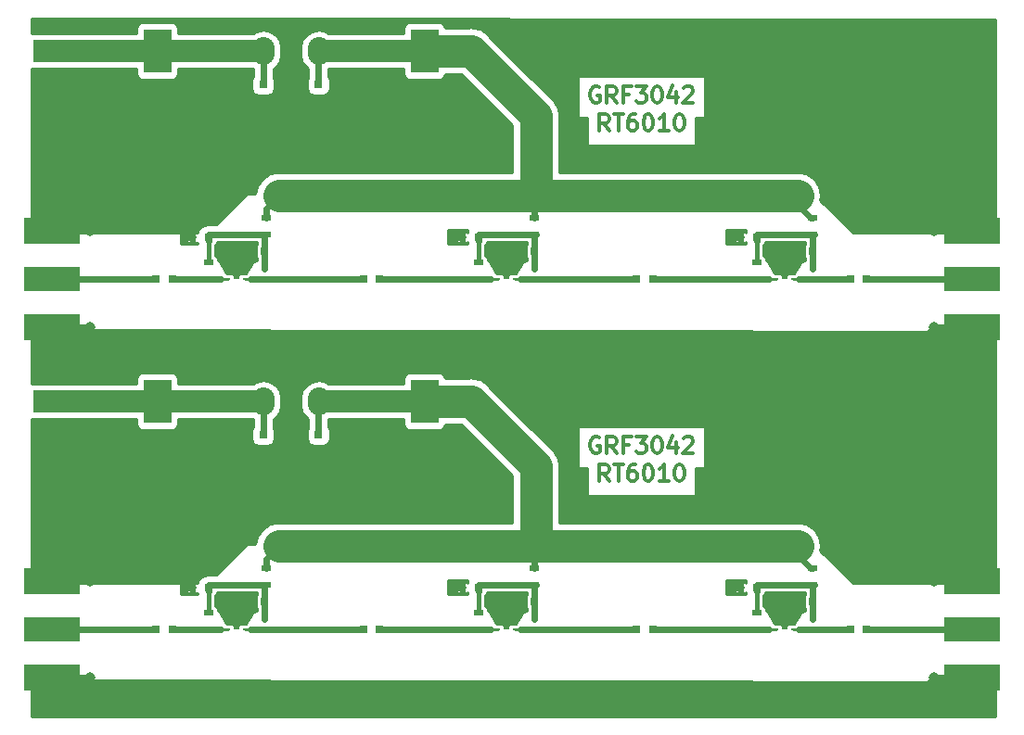
<source format=gbr>
G04 #@! TF.GenerationSoftware,KiCad,Pcbnew,5.0.2-bee76a0~70~ubuntu18.04.1*
G04 #@! TF.CreationDate,2020-05-03T13:27:25+02:00*
G04 #@! TF.ProjectId,lo_amp,6c6f5f61-6d70-42e6-9b69-6361645f7063,rev?*
G04 #@! TF.SameCoordinates,PX60e4b00PY7f6a2a0*
G04 #@! TF.FileFunction,Copper,L1,Top*
G04 #@! TF.FilePolarity,Positive*
%FSLAX46Y46*%
G04 Gerber Fmt 4.6, Leading zero omitted, Abs format (unit mm)*
G04 Created by KiCad (PCBNEW 5.0.2-bee76a0~70~ubuntu18.04.1) date sön  3 maj 2020 13:27:25*
%MOMM*%
%LPD*%
G01*
G04 APERTURE LIST*
G04 #@! TA.AperFunction,NonConductor*
%ADD10C,0.300000*%
G04 #@! TD*
G04 #@! TA.AperFunction,SMDPad,CuDef*
%ADD11R,0.800000X0.750000*%
G04 #@! TD*
G04 #@! TA.AperFunction,SMDPad,CuDef*
%ADD12R,0.900000X0.500000*%
G04 #@! TD*
G04 #@! TA.AperFunction,SMDPad,CuDef*
%ADD13R,5.080000X2.290000*%
G04 #@! TD*
G04 #@! TA.AperFunction,SMDPad,CuDef*
%ADD14R,5.080000X2.420000*%
G04 #@! TD*
G04 #@! TA.AperFunction,ViaPad*
%ADD15C,0.970000*%
G04 #@! TD*
G04 #@! TA.AperFunction,Conductor*
%ADD16R,0.890000X0.460000*%
G04 #@! TD*
G04 #@! TA.AperFunction,SMDPad,CuDef*
%ADD17R,2.500000X4.000000*%
G04 #@! TD*
G04 #@! TA.AperFunction,SMDPad,CuDef*
%ADD18R,0.600000X0.400000*%
G04 #@! TD*
G04 #@! TA.AperFunction,SMDPad,CuDef*
%ADD19R,0.400000X0.200000*%
G04 #@! TD*
G04 #@! TA.AperFunction,SMDPad,CuDef*
%ADD20R,0.600000X1.100000*%
G04 #@! TD*
G04 #@! TA.AperFunction,ComponentPad*
%ADD21R,2.600000X2.000000*%
G04 #@! TD*
G04 #@! TA.AperFunction,ComponentPad*
%ADD22O,2.600000X2.000000*%
G04 #@! TD*
G04 #@! TA.AperFunction,ComponentPad*
%ADD23O,2.032000X2.540000*%
G04 #@! TD*
G04 #@! TA.AperFunction,ViaPad*
%ADD24C,0.800000*%
G04 #@! TD*
G04 #@! TA.AperFunction,Conductor*
%ADD25C,0.600000*%
G04 #@! TD*
G04 #@! TA.AperFunction,Conductor*
%ADD26C,0.250000*%
G04 #@! TD*
G04 #@! TA.AperFunction,Conductor*
%ADD27C,0.400000*%
G04 #@! TD*
G04 #@! TA.AperFunction,Conductor*
%ADD28C,2.000000*%
G04 #@! TD*
G04 #@! TA.AperFunction,Conductor*
%ADD29C,3.000000*%
G04 #@! TD*
G04 #@! TA.AperFunction,Conductor*
%ADD30C,0.254000*%
G04 #@! TD*
G04 APERTURE END LIST*
D10*
X52530857Y58154000D02*
X52388000Y58225429D01*
X52173714Y58225429D01*
X51959428Y58154000D01*
X51816571Y58011143D01*
X51745142Y57868286D01*
X51673714Y57582572D01*
X51673714Y57368286D01*
X51745142Y57082572D01*
X51816571Y56939715D01*
X51959428Y56796858D01*
X52173714Y56725429D01*
X52316571Y56725429D01*
X52530857Y56796858D01*
X52602285Y56868286D01*
X52602285Y57368286D01*
X52316571Y57368286D01*
X54102285Y56725429D02*
X53602285Y57439715D01*
X53245142Y56725429D02*
X53245142Y58225429D01*
X53816571Y58225429D01*
X53959428Y58154000D01*
X54030857Y58082572D01*
X54102285Y57939715D01*
X54102285Y57725429D01*
X54030857Y57582572D01*
X53959428Y57511143D01*
X53816571Y57439715D01*
X53245142Y57439715D01*
X55245142Y57511143D02*
X54745142Y57511143D01*
X54745142Y56725429D02*
X54745142Y58225429D01*
X55459428Y58225429D01*
X55888000Y58225429D02*
X56816571Y58225429D01*
X56316571Y57654000D01*
X56530857Y57654000D01*
X56673714Y57582572D01*
X56745142Y57511143D01*
X56816571Y57368286D01*
X56816571Y57011143D01*
X56745142Y56868286D01*
X56673714Y56796858D01*
X56530857Y56725429D01*
X56102285Y56725429D01*
X55959428Y56796858D01*
X55888000Y56868286D01*
X57745142Y58225429D02*
X57888000Y58225429D01*
X58030857Y58154000D01*
X58102285Y58082572D01*
X58173714Y57939715D01*
X58245142Y57654000D01*
X58245142Y57296858D01*
X58173714Y57011143D01*
X58102285Y56868286D01*
X58030857Y56796858D01*
X57888000Y56725429D01*
X57745142Y56725429D01*
X57602285Y56796858D01*
X57530857Y56868286D01*
X57459428Y57011143D01*
X57388000Y57296858D01*
X57388000Y57654000D01*
X57459428Y57939715D01*
X57530857Y58082572D01*
X57602285Y58154000D01*
X57745142Y58225429D01*
X59530857Y57725429D02*
X59530857Y56725429D01*
X59173714Y58296858D02*
X58816571Y57225429D01*
X59745142Y57225429D01*
X60245142Y58082572D02*
X60316571Y58154000D01*
X60459428Y58225429D01*
X60816571Y58225429D01*
X60959428Y58154000D01*
X61030857Y58082572D01*
X61102285Y57939715D01*
X61102285Y57796858D01*
X61030857Y57582572D01*
X60173714Y56725429D01*
X61102285Y56725429D01*
X53423714Y54185429D02*
X52923714Y54899715D01*
X52566571Y54185429D02*
X52566571Y55685429D01*
X53138000Y55685429D01*
X53280857Y55614000D01*
X53352285Y55542572D01*
X53423714Y55399715D01*
X53423714Y55185429D01*
X53352285Y55042572D01*
X53280857Y54971143D01*
X53138000Y54899715D01*
X52566571Y54899715D01*
X53852285Y55685429D02*
X54709428Y55685429D01*
X54280857Y54185429D02*
X54280857Y55685429D01*
X55852285Y55685429D02*
X55566571Y55685429D01*
X55423714Y55614000D01*
X55352285Y55542572D01*
X55209428Y55328286D01*
X55138000Y55042572D01*
X55138000Y54471143D01*
X55209428Y54328286D01*
X55280857Y54256858D01*
X55423714Y54185429D01*
X55709428Y54185429D01*
X55852285Y54256858D01*
X55923714Y54328286D01*
X55995142Y54471143D01*
X55995142Y54828286D01*
X55923714Y54971143D01*
X55852285Y55042572D01*
X55709428Y55114000D01*
X55423714Y55114000D01*
X55280857Y55042572D01*
X55209428Y54971143D01*
X55138000Y54828286D01*
X56923714Y55685429D02*
X57066571Y55685429D01*
X57209428Y55614000D01*
X57280857Y55542572D01*
X57352285Y55399715D01*
X57423714Y55114000D01*
X57423714Y54756858D01*
X57352285Y54471143D01*
X57280857Y54328286D01*
X57209428Y54256858D01*
X57066571Y54185429D01*
X56923714Y54185429D01*
X56780857Y54256858D01*
X56709428Y54328286D01*
X56638000Y54471143D01*
X56566571Y54756858D01*
X56566571Y55114000D01*
X56638000Y55399715D01*
X56709428Y55542572D01*
X56780857Y55614000D01*
X56923714Y55685429D01*
X58852285Y54185429D02*
X57995142Y54185429D01*
X58423714Y54185429D02*
X58423714Y55685429D01*
X58280857Y55471143D01*
X58138000Y55328286D01*
X57995142Y55256858D01*
X59780857Y55685429D02*
X59923714Y55685429D01*
X60066571Y55614000D01*
X60138000Y55542572D01*
X60209428Y55399715D01*
X60280857Y55114000D01*
X60280857Y54756858D01*
X60209428Y54471143D01*
X60138000Y54328286D01*
X60066571Y54256858D01*
X59923714Y54185429D01*
X59780857Y54185429D01*
X59638000Y54256858D01*
X59566571Y54328286D01*
X59495142Y54471143D01*
X59423714Y54756858D01*
X59423714Y55114000D01*
X59495142Y55399715D01*
X59566571Y55542572D01*
X59638000Y55614000D01*
X59780857Y55685429D01*
X52530857Y26150000D02*
X52388000Y26221429D01*
X52173714Y26221429D01*
X51959428Y26150000D01*
X51816571Y26007143D01*
X51745142Y25864286D01*
X51673714Y25578572D01*
X51673714Y25364286D01*
X51745142Y25078572D01*
X51816571Y24935715D01*
X51959428Y24792858D01*
X52173714Y24721429D01*
X52316571Y24721429D01*
X52530857Y24792858D01*
X52602285Y24864286D01*
X52602285Y25364286D01*
X52316571Y25364286D01*
X54102285Y24721429D02*
X53602285Y25435715D01*
X53245142Y24721429D02*
X53245142Y26221429D01*
X53816571Y26221429D01*
X53959428Y26150000D01*
X54030857Y26078572D01*
X54102285Y25935715D01*
X54102285Y25721429D01*
X54030857Y25578572D01*
X53959428Y25507143D01*
X53816571Y25435715D01*
X53245142Y25435715D01*
X55245142Y25507143D02*
X54745142Y25507143D01*
X54745142Y24721429D02*
X54745142Y26221429D01*
X55459428Y26221429D01*
X55888000Y26221429D02*
X56816571Y26221429D01*
X56316571Y25650000D01*
X56530857Y25650000D01*
X56673714Y25578572D01*
X56745142Y25507143D01*
X56816571Y25364286D01*
X56816571Y25007143D01*
X56745142Y24864286D01*
X56673714Y24792858D01*
X56530857Y24721429D01*
X56102285Y24721429D01*
X55959428Y24792858D01*
X55888000Y24864286D01*
X57745142Y26221429D02*
X57888000Y26221429D01*
X58030857Y26150000D01*
X58102285Y26078572D01*
X58173714Y25935715D01*
X58245142Y25650000D01*
X58245142Y25292858D01*
X58173714Y25007143D01*
X58102285Y24864286D01*
X58030857Y24792858D01*
X57888000Y24721429D01*
X57745142Y24721429D01*
X57602285Y24792858D01*
X57530857Y24864286D01*
X57459428Y25007143D01*
X57388000Y25292858D01*
X57388000Y25650000D01*
X57459428Y25935715D01*
X57530857Y26078572D01*
X57602285Y26150000D01*
X57745142Y26221429D01*
X59530857Y25721429D02*
X59530857Y24721429D01*
X59173714Y26292858D02*
X58816571Y25221429D01*
X59745142Y25221429D01*
X60245142Y26078572D02*
X60316571Y26150000D01*
X60459428Y26221429D01*
X60816571Y26221429D01*
X60959428Y26150000D01*
X61030857Y26078572D01*
X61102285Y25935715D01*
X61102285Y25792858D01*
X61030857Y25578572D01*
X60173714Y24721429D01*
X61102285Y24721429D01*
X53423714Y22181429D02*
X52923714Y22895715D01*
X52566571Y22181429D02*
X52566571Y23681429D01*
X53138000Y23681429D01*
X53280857Y23610000D01*
X53352285Y23538572D01*
X53423714Y23395715D01*
X53423714Y23181429D01*
X53352285Y23038572D01*
X53280857Y22967143D01*
X53138000Y22895715D01*
X52566571Y22895715D01*
X53852285Y23681429D02*
X54709428Y23681429D01*
X54280857Y22181429D02*
X54280857Y23681429D01*
X55852285Y23681429D02*
X55566571Y23681429D01*
X55423714Y23610000D01*
X55352285Y23538572D01*
X55209428Y23324286D01*
X55138000Y23038572D01*
X55138000Y22467143D01*
X55209428Y22324286D01*
X55280857Y22252858D01*
X55423714Y22181429D01*
X55709428Y22181429D01*
X55852285Y22252858D01*
X55923714Y22324286D01*
X55995142Y22467143D01*
X55995142Y22824286D01*
X55923714Y22967143D01*
X55852285Y23038572D01*
X55709428Y23110000D01*
X55423714Y23110000D01*
X55280857Y23038572D01*
X55209428Y22967143D01*
X55138000Y22824286D01*
X56923714Y23681429D02*
X57066571Y23681429D01*
X57209428Y23610000D01*
X57280857Y23538572D01*
X57352285Y23395715D01*
X57423714Y23110000D01*
X57423714Y22752858D01*
X57352285Y22467143D01*
X57280857Y22324286D01*
X57209428Y22252858D01*
X57066571Y22181429D01*
X56923714Y22181429D01*
X56780857Y22252858D01*
X56709428Y22324286D01*
X56638000Y22467143D01*
X56566571Y22752858D01*
X56566571Y23110000D01*
X56638000Y23395715D01*
X56709428Y23538572D01*
X56780857Y23610000D01*
X56923714Y23681429D01*
X58852285Y22181429D02*
X57995142Y22181429D01*
X58423714Y22181429D02*
X58423714Y23681429D01*
X58280857Y23467143D01*
X58138000Y23324286D01*
X57995142Y23252858D01*
X59780857Y23681429D02*
X59923714Y23681429D01*
X60066571Y23610000D01*
X60138000Y23538572D01*
X60209428Y23395715D01*
X60280857Y23110000D01*
X60280857Y22752858D01*
X60209428Y22467143D01*
X60138000Y22324286D01*
X60066571Y22252858D01*
X59923714Y22181429D01*
X59780857Y22181429D01*
X59638000Y22252858D01*
X59566571Y22324286D01*
X59495142Y22467143D01*
X59423714Y22752858D01*
X59423714Y23110000D01*
X59495142Y23395715D01*
X59566571Y23538572D01*
X59638000Y23610000D01*
X59780857Y23681429D01*
D11*
G04 #@! TO.P,C4,1*
G04 #@! TO.N,Net-(C4-Pad1)*
X76950000Y40640000D03*
G04 #@! TO.P,C4,2*
G04 #@! TO.N,Net-(C4-Pad2)*
X75450000Y40640000D03*
G04 #@! TD*
D12*
G04 #@! TO.P,R5,2*
G04 #@! TO.N,Net-(C12-Pad1)*
X66929000Y40652000D03*
G04 #@! TO.P,R5,1*
G04 #@! TO.N,Net-(C13-Pad1)*
X66929000Y42152000D03*
G04 #@! TD*
D13*
G04 #@! TO.P,J3,1*
G04 #@! TO.N,Net-(C4-Pad1)*
X86556000Y40640000D03*
D14*
G04 #@! TO.P,J3,2*
G04 #@! TO.N,GND*
X86556000Y36260000D03*
X86556000Y45020000D03*
D15*
G04 #@! TD*
G04 #@! TO.N,GND*
G04 #@! TO.C,J3*
X83116000Y36260000D03*
G04 #@! TO.N,GND*
G04 #@! TO.C,J3*
X83116000Y45020000D03*
D16*
X83566000Y36260000D03*
X83566000Y45020000D03*
G04 #@! TD*
D17*
G04 #@! TO.P,C2,1*
G04 #@! TO.N,Net-(C2-Pad1)*
X12192000Y61468000D03*
G04 #@! TO.P,C2,2*
G04 #@! TO.N,GND*
X12192000Y53468000D03*
G04 #@! TD*
D18*
G04 #@! TO.P,L1,1*
G04 #@! TO.N,Net-(C3-Pad2)*
X21971000Y41540000D03*
G04 #@! TO.P,L1,2*
G04 #@! TO.N,Net-(C6-Pad2)*
X21971000Y40640000D03*
G04 #@! TD*
D11*
G04 #@! TO.P,C3,2*
G04 #@! TO.N,Net-(C3-Pad2)*
X21971000Y43180000D03*
G04 #@! TO.P,C3,1*
G04 #@! TO.N,GND*
X20471000Y43180000D03*
G04 #@! TD*
D13*
G04 #@! TO.P,J1,1*
G04 #@! TO.N,Net-(C1-Pad2)*
X2598000Y40640000D03*
D14*
G04 #@! TO.P,J1,2*
G04 #@! TO.N,GND*
X2598000Y45020000D03*
X2598000Y36260000D03*
D15*
G04 #@! TD*
G04 #@! TO.N,GND*
G04 #@! TO.C,J1*
X6038000Y45020000D03*
G04 #@! TO.N,GND*
G04 #@! TO.C,J1*
X6038000Y36260000D03*
D16*
X5588000Y45020000D03*
X5588000Y36260000D03*
G04 #@! TD*
D19*
G04 #@! TO.P,U1,1*
G04 #@! TO.N,GND*
X18681000Y41648000D03*
G04 #@! TO.P,U1,2*
X18681000Y41148000D03*
G04 #@! TO.P,U1,3*
G04 #@! TO.N,Net-(C1-Pad1)*
X18681000Y40648000D03*
G04 #@! TO.P,U1,4*
G04 #@! TO.N,Net-(C6-Pad2)*
X20181000Y40648000D03*
G04 #@! TO.P,U1,5*
G04 #@! TO.N,GND*
X20181000Y41148000D03*
G04 #@! TO.P,U1,6*
X20181000Y41648000D03*
D20*
G04 #@! TO.P,U1,7*
X19431000Y41148000D03*
G04 #@! TD*
D12*
G04 #@! TO.P,R4,2*
G04 #@! TO.N,Net-(C10-Pad2)*
X46609000Y44716000D03*
G04 #@! TO.P,R4,1*
G04 #@! TO.N,+5V*
X46609000Y46216000D03*
G04 #@! TD*
G04 #@! TO.P,R3,1*
G04 #@! TO.N,Net-(C10-Pad2)*
X41529000Y42152000D03*
G04 #@! TO.P,R3,2*
G04 #@! TO.N,Net-(C6-Pad1)*
X41529000Y40652000D03*
G04 #@! TD*
D18*
G04 #@! TO.P,L3,2*
G04 #@! TO.N,Net-(C4-Pad2)*
X72009000Y40640000D03*
G04 #@! TO.P,L3,1*
G04 #@! TO.N,Net-(C13-Pad1)*
X72009000Y41540000D03*
G04 #@! TD*
G04 #@! TO.P,L2,1*
G04 #@! TO.N,Net-(C10-Pad2)*
X46609000Y41598000D03*
G04 #@! TO.P,L2,2*
G04 #@! TO.N,Net-(C12-Pad2)*
X46609000Y40698000D03*
G04 #@! TD*
D11*
G04 #@! TO.P,C12,2*
G04 #@! TO.N,Net-(C12-Pad2)*
X55904000Y40640000D03*
G04 #@! TO.P,C12,1*
G04 #@! TO.N,Net-(C12-Pad1)*
X57404000Y40640000D03*
G04 #@! TD*
D21*
G04 #@! TO.P,J2,1*
G04 #@! TO.N,Net-(C2-Pad1)*
X2159000Y61468000D03*
D22*
G04 #@! TO.P,J2,2*
G04 #@! TO.N,GND*
X2159000Y58928000D03*
G04 #@! TD*
D11*
G04 #@! TO.P,C6,2*
G04 #@! TO.N,Net-(C6-Pad2)*
X31000000Y40640000D03*
G04 #@! TO.P,C6,1*
G04 #@! TO.N,Net-(C6-Pad1)*
X32500000Y40640000D03*
G04 #@! TD*
D20*
G04 #@! TO.P,U4,7*
G04 #@! TO.N,GND*
X69469000Y41148000D03*
D19*
G04 #@! TO.P,U4,6*
X70219000Y41648000D03*
G04 #@! TO.P,U4,5*
X70219000Y41148000D03*
G04 #@! TO.P,U4,4*
G04 #@! TO.N,Net-(C4-Pad2)*
X70219000Y40648000D03*
G04 #@! TO.P,U4,3*
G04 #@! TO.N,Net-(C12-Pad1)*
X68719000Y40648000D03*
G04 #@! TO.P,U4,2*
G04 #@! TO.N,GND*
X68719000Y41148000D03*
G04 #@! TO.P,U4,1*
X68719000Y41648000D03*
G04 #@! TD*
D11*
G04 #@! TO.P,C10,1*
G04 #@! TO.N,GND*
X45097000Y43180000D03*
G04 #@! TO.P,C10,2*
G04 #@! TO.N,Net-(C10-Pad2)*
X46597000Y43180000D03*
G04 #@! TD*
G04 #@! TO.P,C9,1*
G04 #@! TO.N,GND*
X25400000Y58420000D03*
G04 #@! TO.P,C9,2*
G04 #@! TO.N,+5V*
X26900000Y58420000D03*
G04 #@! TD*
G04 #@! TO.P,C8,2*
G04 #@! TO.N,Net-(C2-Pad1)*
X21844000Y58420000D03*
G04 #@! TO.P,C8,1*
G04 #@! TO.N,GND*
X23344000Y58420000D03*
G04 #@! TD*
G04 #@! TO.P,C1,2*
G04 #@! TO.N,Net-(C1-Pad2)*
X12077000Y40640000D03*
G04 #@! TO.P,C1,1*
G04 #@! TO.N,Net-(C1-Pad1)*
X13577000Y40640000D03*
G04 #@! TD*
D12*
G04 #@! TO.P,R1,2*
G04 #@! TO.N,Net-(C1-Pad1)*
X16891000Y40640000D03*
G04 #@! TO.P,R1,1*
G04 #@! TO.N,Net-(C3-Pad2)*
X16891000Y42140000D03*
G04 #@! TD*
D11*
G04 #@! TO.P,C13,1*
G04 #@! TO.N,Net-(C13-Pad1)*
X66917000Y44450000D03*
G04 #@! TO.P,C13,2*
G04 #@! TO.N,GND*
X65417000Y44450000D03*
G04 #@! TD*
G04 #@! TO.P,C14,2*
G04 #@! TO.N,Net-(C13-Pad1)*
X72009000Y43180000D03*
G04 #@! TO.P,C14,1*
G04 #@! TO.N,GND*
X70509000Y43180000D03*
G04 #@! TD*
D23*
G04 #@! TO.P,U3,2*
G04 #@! TO.N,GND*
X24384000Y61468000D03*
G04 #@! TO.P,U3,3*
G04 #@! TO.N,+5V*
X26924000Y61468000D03*
G04 #@! TO.P,U3,1*
G04 #@! TO.N,Net-(C2-Pad1)*
X21844000Y61468000D03*
G04 #@! TD*
D19*
G04 #@! TO.P,U2,1*
G04 #@! TO.N,GND*
X43319000Y41648000D03*
G04 #@! TO.P,U2,2*
X43319000Y41148000D03*
G04 #@! TO.P,U2,3*
G04 #@! TO.N,Net-(C6-Pad1)*
X43319000Y40648000D03*
G04 #@! TO.P,U2,4*
G04 #@! TO.N,Net-(C12-Pad2)*
X44819000Y40648000D03*
G04 #@! TO.P,U2,5*
G04 #@! TO.N,GND*
X44819000Y41148000D03*
G04 #@! TO.P,U2,6*
X44819000Y41648000D03*
D20*
G04 #@! TO.P,U2,7*
X44069000Y41148000D03*
G04 #@! TD*
D12*
G04 #@! TO.P,R6,1*
G04 #@! TO.N,+5V*
X72009000Y46216000D03*
G04 #@! TO.P,R6,2*
G04 #@! TO.N,Net-(C13-Pad1)*
X72009000Y44716000D03*
G04 #@! TD*
D11*
G04 #@! TO.P,C5,2*
G04 #@! TO.N,GND*
X15391000Y44450000D03*
G04 #@! TO.P,C5,1*
G04 #@! TO.N,Net-(C3-Pad2)*
X16891000Y44450000D03*
G04 #@! TD*
D17*
G04 #@! TO.P,C11,1*
G04 #@! TO.N,+5V*
X36576000Y61468000D03*
G04 #@! TO.P,C11,2*
G04 #@! TO.N,GND*
X36576000Y53468000D03*
G04 #@! TD*
D12*
G04 #@! TO.P,R2,1*
G04 #@! TO.N,+5V*
X22098000Y46204000D03*
G04 #@! TO.P,R2,2*
G04 #@! TO.N,Net-(C3-Pad2)*
X22098000Y44704000D03*
G04 #@! TD*
D11*
G04 #@! TO.P,C7,1*
G04 #@! TO.N,Net-(C10-Pad2)*
X41517000Y44450000D03*
G04 #@! TO.P,C7,2*
G04 #@! TO.N,GND*
X40017000Y44450000D03*
G04 #@! TD*
G04 #@! TO.P,C1,1*
G04 #@! TO.N,Net-(C1-Pad1)*
X13577000Y8636000D03*
G04 #@! TO.P,C1,2*
G04 #@! TO.N,Net-(C1-Pad2)*
X12077000Y8636000D03*
G04 #@! TD*
D17*
G04 #@! TO.P,C2,2*
G04 #@! TO.N,GND*
X12192000Y21464000D03*
G04 #@! TO.P,C2,1*
G04 #@! TO.N,Net-(C2-Pad1)*
X12192000Y29464000D03*
G04 #@! TD*
D11*
G04 #@! TO.P,C3,1*
G04 #@! TO.N,GND*
X20471000Y11176000D03*
G04 #@! TO.P,C3,2*
G04 #@! TO.N,Net-(C3-Pad2)*
X21971000Y11176000D03*
G04 #@! TD*
G04 #@! TO.P,C4,2*
G04 #@! TO.N,Net-(C4-Pad2)*
X75450000Y8636000D03*
G04 #@! TO.P,C4,1*
G04 #@! TO.N,Net-(C4-Pad1)*
X76950000Y8636000D03*
G04 #@! TD*
D16*
G04 #@! TO.N,GND*
G04 #@! TO.C,J1*
X5588000Y4256000D03*
X5588000Y13016000D03*
D15*
X6038000Y4256000D03*
X6038000Y13016000D03*
D14*
G04 #@! TD*
G04 #@! TO.P,J1,2*
G04 #@! TO.N,GND*
X2598000Y4256000D03*
G04 #@! TO.P,J1,2*
G04 #@! TO.N,GND*
X2598000Y13016000D03*
D13*
G04 #@! TO.P,J1,1*
G04 #@! TO.N,Net-(C1-Pad2)*
X2598000Y8636000D03*
G04 #@! TD*
D22*
G04 #@! TO.P,J2,2*
G04 #@! TO.N,GND*
X2159000Y26924000D03*
D21*
G04 #@! TO.P,J2,1*
G04 #@! TO.N,Net-(C2-Pad1)*
X2159000Y29464000D03*
G04 #@! TD*
D18*
G04 #@! TO.P,L1,2*
G04 #@! TO.N,Net-(C6-Pad2)*
X21971000Y8636000D03*
G04 #@! TO.P,L1,1*
G04 #@! TO.N,Net-(C3-Pad2)*
X21971000Y9536000D03*
G04 #@! TD*
D12*
G04 #@! TO.P,R1,1*
G04 #@! TO.N,Net-(C3-Pad2)*
X16891000Y10136000D03*
G04 #@! TO.P,R1,2*
G04 #@! TO.N,Net-(C1-Pad1)*
X16891000Y8636000D03*
G04 #@! TD*
G04 #@! TO.P,R2,2*
G04 #@! TO.N,Net-(C3-Pad2)*
X22098000Y12700000D03*
G04 #@! TO.P,R2,1*
G04 #@! TO.N,+5V*
X22098000Y14200000D03*
G04 #@! TD*
D16*
G04 #@! TO.N,GND*
G04 #@! TO.C,J3*
X83566000Y13016000D03*
X83566000Y4256000D03*
D15*
X83116000Y13016000D03*
X83116000Y4256000D03*
D14*
G04 #@! TD*
G04 #@! TO.P,J3,2*
G04 #@! TO.N,GND*
X86556000Y13016000D03*
G04 #@! TO.P,J3,2*
G04 #@! TO.N,GND*
X86556000Y4256000D03*
D13*
G04 #@! TO.P,J3,1*
G04 #@! TO.N,Net-(C4-Pad1)*
X86556000Y8636000D03*
G04 #@! TD*
D20*
G04 #@! TO.P,U1,7*
G04 #@! TO.N,GND*
X19431000Y9144000D03*
D19*
G04 #@! TO.P,U1,6*
X20181000Y9644000D03*
G04 #@! TO.P,U1,5*
X20181000Y9144000D03*
G04 #@! TO.P,U1,4*
G04 #@! TO.N,Net-(C6-Pad2)*
X20181000Y8644000D03*
G04 #@! TO.P,U1,3*
G04 #@! TO.N,Net-(C1-Pad1)*
X18681000Y8644000D03*
G04 #@! TO.P,U1,2*
G04 #@! TO.N,GND*
X18681000Y9144000D03*
G04 #@! TO.P,U1,1*
X18681000Y9644000D03*
G04 #@! TD*
D11*
G04 #@! TO.P,C5,1*
G04 #@! TO.N,Net-(C3-Pad2)*
X16891000Y12446000D03*
G04 #@! TO.P,C5,2*
G04 #@! TO.N,GND*
X15391000Y12446000D03*
G04 #@! TD*
G04 #@! TO.P,C6,1*
G04 #@! TO.N,Net-(C6-Pad1)*
X32500000Y8636000D03*
G04 #@! TO.P,C6,2*
G04 #@! TO.N,Net-(C6-Pad2)*
X31000000Y8636000D03*
G04 #@! TD*
G04 #@! TO.P,C7,2*
G04 #@! TO.N,GND*
X40017000Y12446000D03*
G04 #@! TO.P,C7,1*
G04 #@! TO.N,Net-(C10-Pad2)*
X41517000Y12446000D03*
G04 #@! TD*
G04 #@! TO.P,C8,1*
G04 #@! TO.N,GND*
X23344000Y26416000D03*
G04 #@! TO.P,C8,2*
G04 #@! TO.N,Net-(C2-Pad1)*
X21844000Y26416000D03*
G04 #@! TD*
G04 #@! TO.P,C9,2*
G04 #@! TO.N,+5V*
X26900000Y26416000D03*
G04 #@! TO.P,C9,1*
G04 #@! TO.N,GND*
X25400000Y26416000D03*
G04 #@! TD*
G04 #@! TO.P,C10,2*
G04 #@! TO.N,Net-(C10-Pad2)*
X46597000Y11176000D03*
G04 #@! TO.P,C10,1*
G04 #@! TO.N,GND*
X45097000Y11176000D03*
G04 #@! TD*
D17*
G04 #@! TO.P,C11,2*
G04 #@! TO.N,GND*
X36576000Y21464000D03*
G04 #@! TO.P,C11,1*
G04 #@! TO.N,+5V*
X36576000Y29464000D03*
G04 #@! TD*
D11*
G04 #@! TO.P,C12,1*
G04 #@! TO.N,Net-(C12-Pad1)*
X57404000Y8636000D03*
G04 #@! TO.P,C12,2*
G04 #@! TO.N,Net-(C12-Pad2)*
X55904000Y8636000D03*
G04 #@! TD*
G04 #@! TO.P,C13,2*
G04 #@! TO.N,GND*
X65417000Y12446000D03*
G04 #@! TO.P,C13,1*
G04 #@! TO.N,Net-(C13-Pad1)*
X66917000Y12446000D03*
G04 #@! TD*
G04 #@! TO.P,C14,1*
G04 #@! TO.N,GND*
X70509000Y11176000D03*
G04 #@! TO.P,C14,2*
G04 #@! TO.N,Net-(C13-Pad1)*
X72009000Y11176000D03*
G04 #@! TD*
D18*
G04 #@! TO.P,L2,2*
G04 #@! TO.N,Net-(C12-Pad2)*
X46609000Y8694000D03*
G04 #@! TO.P,L2,1*
G04 #@! TO.N,Net-(C10-Pad2)*
X46609000Y9594000D03*
G04 #@! TD*
G04 #@! TO.P,L3,1*
G04 #@! TO.N,Net-(C13-Pad1)*
X72009000Y9536000D03*
G04 #@! TO.P,L3,2*
G04 #@! TO.N,Net-(C4-Pad2)*
X72009000Y8636000D03*
G04 #@! TD*
D12*
G04 #@! TO.P,R3,2*
G04 #@! TO.N,Net-(C6-Pad1)*
X41529000Y8648000D03*
G04 #@! TO.P,R3,1*
G04 #@! TO.N,Net-(C10-Pad2)*
X41529000Y10148000D03*
G04 #@! TD*
G04 #@! TO.P,R4,1*
G04 #@! TO.N,+5V*
X46609000Y14212000D03*
G04 #@! TO.P,R4,2*
G04 #@! TO.N,Net-(C10-Pad2)*
X46609000Y12712000D03*
G04 #@! TD*
G04 #@! TO.P,R5,1*
G04 #@! TO.N,Net-(C13-Pad1)*
X66929000Y10148000D03*
G04 #@! TO.P,R5,2*
G04 #@! TO.N,Net-(C12-Pad1)*
X66929000Y8648000D03*
G04 #@! TD*
G04 #@! TO.P,R6,2*
G04 #@! TO.N,Net-(C13-Pad1)*
X72009000Y12712000D03*
G04 #@! TO.P,R6,1*
G04 #@! TO.N,+5V*
X72009000Y14212000D03*
G04 #@! TD*
D20*
G04 #@! TO.P,U2,7*
G04 #@! TO.N,GND*
X44069000Y9144000D03*
D19*
G04 #@! TO.P,U2,6*
X44819000Y9644000D03*
G04 #@! TO.P,U2,5*
X44819000Y9144000D03*
G04 #@! TO.P,U2,4*
G04 #@! TO.N,Net-(C12-Pad2)*
X44819000Y8644000D03*
G04 #@! TO.P,U2,3*
G04 #@! TO.N,Net-(C6-Pad1)*
X43319000Y8644000D03*
G04 #@! TO.P,U2,2*
G04 #@! TO.N,GND*
X43319000Y9144000D03*
G04 #@! TO.P,U2,1*
X43319000Y9644000D03*
G04 #@! TD*
D23*
G04 #@! TO.P,U3,1*
G04 #@! TO.N,Net-(C2-Pad1)*
X21844000Y29464000D03*
G04 #@! TO.P,U3,3*
G04 #@! TO.N,+5V*
X26924000Y29464000D03*
G04 #@! TO.P,U3,2*
G04 #@! TO.N,GND*
X24384000Y29464000D03*
G04 #@! TD*
D19*
G04 #@! TO.P,U4,1*
G04 #@! TO.N,GND*
X68719000Y9644000D03*
G04 #@! TO.P,U4,2*
X68719000Y9144000D03*
G04 #@! TO.P,U4,3*
G04 #@! TO.N,Net-(C12-Pad1)*
X68719000Y8644000D03*
G04 #@! TO.P,U4,4*
G04 #@! TO.N,Net-(C4-Pad2)*
X70219000Y8644000D03*
G04 #@! TO.P,U4,5*
G04 #@! TO.N,GND*
X70219000Y9144000D03*
G04 #@! TO.P,U4,6*
X70219000Y9644000D03*
D20*
G04 #@! TO.P,U4,7*
X69469000Y9144000D03*
G04 #@! TD*
D24*
G04 #@! TO.N,GND*
X15391000Y12446000D03*
X19431000Y9144000D03*
X20471000Y11176000D03*
X44069000Y9144000D03*
X40029000Y12446000D03*
X45109000Y11176000D03*
X69469000Y9144000D03*
X70509000Y11176000D03*
X65429000Y12446000D03*
X70509000Y43180000D03*
X65429000Y44450000D03*
X15391000Y44450000D03*
X19431000Y41148000D03*
X20471000Y43180000D03*
X44069000Y41148000D03*
X40029000Y44450000D03*
X45109000Y43180000D03*
X69469000Y41148000D03*
G04 #@! TD*
D25*
G04 #@! TO.N,Net-(C1-Pad1)*
X16891000Y8636000D02*
X17988998Y8636000D01*
D26*
X18526000Y8636000D02*
X17988998Y8636000D01*
X18534000Y8644000D02*
X18526000Y8636000D01*
X18681000Y8644000D02*
X18534000Y8644000D01*
D25*
X16891000Y8636000D02*
X13819000Y8636000D01*
D26*
X18526000Y40640000D02*
X17988998Y40640000D01*
X18534000Y40648000D02*
X18526000Y40640000D01*
X18681000Y40648000D02*
X18534000Y40648000D01*
D25*
X16891000Y40640000D02*
X13819000Y40640000D01*
X16891000Y40640000D02*
X17988998Y40640000D01*
G04 #@! TO.N,Net-(C1-Pad2)*
X12077000Y8636000D02*
X2598000Y8636000D01*
X12077000Y40640000D02*
X2598000Y40640000D01*
D26*
G04 #@! TO.N,GND*
X20181000Y9144000D02*
X20181000Y9644000D01*
X18681000Y9144000D02*
X18681000Y9644000D01*
X18681000Y9644000D02*
X18931000Y9644000D01*
X18681000Y9144000D02*
X19431000Y9144000D01*
X20181000Y9144000D02*
X19431000Y9144000D01*
X20181000Y9644000D02*
X18931000Y9644000D01*
D25*
X19471000Y11176000D02*
X20471000Y11176000D01*
X19431000Y11136000D02*
X19471000Y11176000D01*
X19431000Y9144000D02*
X19431000Y11136000D01*
D26*
X44819000Y9644000D02*
X43569000Y9644000D01*
D27*
X38978000Y12446000D02*
X40029000Y12446000D01*
D26*
X44819000Y9144000D02*
X44069000Y9144000D01*
D25*
X44069000Y9144000D02*
X44069000Y11136000D01*
D26*
X43319000Y9144000D02*
X43319000Y9644000D01*
D25*
X44109000Y11176000D02*
X45109000Y11176000D01*
D26*
X44819000Y9144000D02*
X44819000Y9644000D01*
D25*
X44069000Y11136000D02*
X44109000Y11176000D01*
D26*
X43319000Y9144000D02*
X44069000Y9144000D01*
X43319000Y9644000D02*
X43569000Y9644000D01*
X68719000Y9144000D02*
X68719000Y9644000D01*
D27*
X64378000Y12446000D02*
X65429000Y12446000D01*
D25*
X69469000Y11136000D02*
X69509000Y11176000D01*
D26*
X68719000Y9644000D02*
X68969000Y9644000D01*
D25*
X69469000Y9144000D02*
X69469000Y11136000D01*
D26*
X70219000Y9644000D02*
X68969000Y9644000D01*
X68719000Y9144000D02*
X69469000Y9144000D01*
D25*
X69509000Y11176000D02*
X70509000Y11176000D01*
D26*
X70219000Y9144000D02*
X69469000Y9144000D01*
X70219000Y9144000D02*
X70219000Y9644000D01*
D28*
X24384000Y29464000D02*
X24384000Y26416000D01*
D25*
X23344000Y26416000D02*
X25400000Y26416000D01*
D28*
X6732000Y26924000D02*
X12192000Y21464000D01*
X2159000Y26924000D02*
X6732000Y26924000D01*
X24384000Y26416000D02*
X24384000Y21464000D01*
D29*
X36576000Y21464000D02*
X24384000Y21464000D01*
D25*
X15391000Y21313000D02*
X15240000Y21464000D01*
X15391000Y12446000D02*
X15391000Y21313000D01*
D29*
X24384000Y21464000D02*
X15240000Y21464000D01*
X15240000Y21464000D02*
X12192000Y21464000D01*
D25*
X86556000Y4256000D02*
X83116000Y4256000D01*
X86556000Y13016000D02*
X83116000Y13016000D01*
X2598000Y4256000D02*
X6038000Y4256000D01*
X2598000Y13016000D02*
X6038000Y13016000D01*
X6038000Y3570107D02*
X6038000Y4256000D01*
X6038000Y2976000D02*
X6038000Y3570107D01*
X6982000Y2032000D02*
X6038000Y2976000D01*
X83116000Y4256000D02*
X80892000Y2032000D01*
X80892000Y2032000D02*
X6982000Y2032000D01*
X80892000Y34036000D02*
X6982000Y34036000D01*
X69509000Y43180000D02*
X70509000Y43180000D01*
D26*
X70219000Y41148000D02*
X69469000Y41148000D01*
X70219000Y41148000D02*
X70219000Y41648000D01*
D28*
X24384000Y61468000D02*
X24384000Y58420000D01*
D25*
X23344000Y58420000D02*
X25400000Y58420000D01*
D28*
X6732000Y58928000D02*
X12192000Y53468000D01*
X2159000Y58928000D02*
X6732000Y58928000D01*
X24384000Y58420000D02*
X24384000Y53468000D01*
D29*
X36576000Y53468000D02*
X24384000Y53468000D01*
D25*
X15391000Y53317000D02*
X15240000Y53468000D01*
X15391000Y44450000D02*
X15391000Y53317000D01*
D29*
X24384000Y53468000D02*
X15240000Y53468000D01*
X15240000Y53468000D02*
X12192000Y53468000D01*
D25*
X86556000Y36260000D02*
X83116000Y36260000D01*
X86556000Y45020000D02*
X83116000Y45020000D01*
X2598000Y36260000D02*
X6038000Y36260000D01*
X2598000Y45020000D02*
X6038000Y45020000D01*
X6038000Y35574107D02*
X6038000Y36260000D01*
X6982000Y34036000D02*
X6038000Y34980000D01*
X6038000Y34980000D02*
X6038000Y35574107D01*
X83116000Y36260000D02*
X80892000Y34036000D01*
D26*
X20181000Y41148000D02*
X20181000Y41648000D01*
X18681000Y41148000D02*
X18681000Y41648000D01*
X18681000Y41648000D02*
X18931000Y41648000D01*
X18681000Y41148000D02*
X19431000Y41148000D01*
X20181000Y41148000D02*
X19431000Y41148000D01*
X20181000Y41648000D02*
X18931000Y41648000D01*
D25*
X19471000Y43180000D02*
X20471000Y43180000D01*
X19431000Y43140000D02*
X19471000Y43180000D01*
X19431000Y41148000D02*
X19431000Y43140000D01*
D26*
X44819000Y41648000D02*
X43569000Y41648000D01*
D27*
X38978000Y44450000D02*
X40029000Y44450000D01*
D26*
X44819000Y41148000D02*
X44069000Y41148000D01*
D25*
X44069000Y41148000D02*
X44069000Y43140000D01*
D26*
X43319000Y41148000D02*
X43319000Y41648000D01*
D25*
X44109000Y43180000D02*
X45109000Y43180000D01*
D26*
X44819000Y41148000D02*
X44819000Y41648000D01*
D25*
X44069000Y43140000D02*
X44109000Y43180000D01*
D26*
X43319000Y41148000D02*
X44069000Y41148000D01*
X43319000Y41648000D02*
X43569000Y41648000D01*
X68719000Y41148000D02*
X68719000Y41648000D01*
D27*
X64378000Y44450000D02*
X65429000Y44450000D01*
D25*
X69469000Y43140000D02*
X69509000Y43180000D01*
D26*
X68719000Y41648000D02*
X68969000Y41648000D01*
D25*
X69469000Y41148000D02*
X69469000Y43140000D01*
D26*
X70219000Y41648000D02*
X68969000Y41648000D01*
X68719000Y41148000D02*
X69469000Y41148000D01*
D27*
G04 #@! TO.N,Net-(C3-Pad2)*
X16891000Y10136000D02*
X16891000Y10786000D01*
X16891000Y10786000D02*
X16891000Y12065000D01*
D25*
X16891000Y12065000D02*
X16891000Y12700000D01*
X16891000Y12700000D02*
X22098000Y12700000D01*
X21971000Y9536000D02*
X21971000Y11176000D01*
X21971000Y12573000D02*
X22098000Y12700000D01*
X21971000Y11176000D02*
X21971000Y12573000D01*
D27*
X16891000Y42140000D02*
X16891000Y42790000D01*
X16891000Y42790000D02*
X16891000Y44069000D01*
D25*
X16891000Y44069000D02*
X16891000Y44704000D01*
X16891000Y44704000D02*
X22098000Y44704000D01*
X21971000Y41540000D02*
X21971000Y43180000D01*
X21971000Y44577000D02*
X22098000Y44704000D01*
X21971000Y43180000D02*
X21971000Y44577000D01*
D26*
G04 #@! TO.N,Net-(C4-Pad2)*
X70731000Y8644000D02*
X70739000Y8636000D01*
D25*
X71109000Y8636000D02*
X70739000Y8636000D01*
D26*
X70219000Y8644000D02*
X70731000Y8644000D01*
D25*
X72009000Y8636000D02*
X71109000Y8636000D01*
X72009000Y8636000D02*
X75438000Y8636000D01*
D26*
X70731000Y40648000D02*
X70739000Y40640000D01*
D25*
X71109000Y40640000D02*
X70739000Y40640000D01*
D26*
X70219000Y40648000D02*
X70731000Y40648000D01*
D25*
X72009000Y40640000D02*
X71109000Y40640000D01*
X72009000Y40640000D02*
X75438000Y40640000D01*
G04 #@! TO.N,Net-(C4-Pad1)*
X86556000Y8636000D02*
X83416000Y8636000D01*
X76950000Y8636000D02*
X86556000Y8636000D01*
X76950000Y40640000D02*
X86556000Y40640000D01*
X86556000Y40640000D02*
X83416000Y40640000D01*
D28*
G04 #@! TO.N,Net-(C2-Pad1)*
X21844000Y29464000D02*
X12192000Y29464000D01*
X12192000Y29464000D02*
X2159000Y29464000D01*
D25*
X21844000Y29464000D02*
X21844000Y26416000D01*
D28*
X21844000Y61468000D02*
X12192000Y61468000D01*
X12192000Y61468000D02*
X2159000Y61468000D01*
D25*
X21844000Y61468000D02*
X21844000Y58420000D01*
D26*
G04 #@! TO.N,Net-(C6-Pad1)*
X43172000Y8644000D02*
X43164000Y8636000D01*
X43164000Y8636000D02*
X42626998Y8636000D01*
X43319000Y8644000D02*
X43172000Y8644000D01*
D25*
X38457000Y8636000D02*
X32500000Y8636000D01*
X42626998Y8636000D02*
X38457000Y8636000D01*
X38457000Y40640000D02*
X32500000Y40640000D01*
X42626998Y40640000D02*
X38457000Y40640000D01*
D26*
X43172000Y40648000D02*
X43164000Y40640000D01*
X43164000Y40640000D02*
X42626998Y40640000D01*
X43319000Y40648000D02*
X43172000Y40648000D01*
D25*
G04 #@! TO.N,Net-(C6-Pad2)*
X21971000Y8636000D02*
X25400000Y8636000D01*
X21971000Y8636000D02*
X21071000Y8636000D01*
X21071000Y8636000D02*
X20701000Y8636000D01*
D26*
X20693000Y8644000D02*
X20701000Y8636000D01*
X20181000Y8644000D02*
X20693000Y8644000D01*
D25*
X31000000Y8636000D02*
X25400000Y8636000D01*
X31000000Y40640000D02*
X25400000Y40640000D01*
X21971000Y40640000D02*
X25400000Y40640000D01*
X21971000Y40640000D02*
X21071000Y40640000D01*
X21071000Y40640000D02*
X20701000Y40640000D01*
D26*
X20693000Y40648000D02*
X20701000Y40640000D01*
X20181000Y40648000D02*
X20693000Y40648000D01*
D27*
G04 #@! TO.N,Net-(C10-Pad2)*
X41529000Y10786000D02*
X41529000Y12065000D01*
X41529000Y10136000D02*
X41529000Y10786000D01*
D25*
X46609000Y12573000D02*
X46736000Y12700000D01*
X46609000Y9536000D02*
X46609000Y11176000D01*
X41529000Y12065000D02*
X41529000Y12700000D01*
X41529000Y12700000D02*
X46736000Y12700000D01*
X46609000Y11176000D02*
X46609000Y12573000D01*
D27*
X41529000Y42790000D02*
X41529000Y44069000D01*
X41529000Y42140000D02*
X41529000Y42790000D01*
D25*
X46609000Y44577000D02*
X46736000Y44704000D01*
X46609000Y41540000D02*
X46609000Y43180000D01*
X41529000Y44069000D02*
X41529000Y44704000D01*
X41529000Y44704000D02*
X46736000Y44704000D01*
X46609000Y43180000D02*
X46609000Y44577000D01*
D28*
G04 #@! TO.N,+5V*
X26924000Y29464000D02*
X36576000Y29464000D01*
D25*
X26900000Y29440000D02*
X26924000Y29464000D01*
X26900000Y26416000D02*
X26900000Y29440000D01*
X22098000Y15050000D02*
X23304000Y16256000D01*
X22098000Y14200000D02*
X22098000Y15050000D01*
D29*
X40826000Y29464000D02*
X46736000Y23554000D01*
X36576000Y29464000D02*
X40826000Y29464000D01*
X46736000Y23554000D02*
X46736000Y16256000D01*
X46736000Y16256000D02*
X23304000Y16256000D01*
X46736000Y16256000D02*
X70612000Y16256000D01*
D25*
X71809000Y14212000D02*
X72009000Y14212000D01*
X70612000Y15409000D02*
X71809000Y14212000D01*
X70612000Y16256000D02*
X70612000Y15409000D01*
X46609000Y16129000D02*
X46736000Y16256000D01*
X46609000Y14212000D02*
X46609000Y16129000D01*
D28*
X26924000Y61468000D02*
X36576000Y61468000D01*
D25*
X26900000Y61444000D02*
X26924000Y61468000D01*
X26900000Y58420000D02*
X26900000Y61444000D01*
X22098000Y47054000D02*
X23304000Y48260000D01*
X22098000Y46204000D02*
X22098000Y47054000D01*
D29*
X40826000Y61468000D02*
X46736000Y55558000D01*
X36576000Y61468000D02*
X40826000Y61468000D01*
X46736000Y55558000D02*
X46736000Y48260000D01*
X46736000Y48260000D02*
X23304000Y48260000D01*
X46736000Y48260000D02*
X70612000Y48260000D01*
D25*
X71809000Y46216000D02*
X72009000Y46216000D01*
X70612000Y47413000D02*
X71809000Y46216000D01*
X70612000Y48260000D02*
X70612000Y47413000D01*
X46609000Y48133000D02*
X46736000Y48260000D01*
X46609000Y46216000D02*
X46609000Y48133000D01*
D26*
G04 #@! TO.N,Net-(C12-Pad1)*
X68719000Y8644000D02*
X68572000Y8644000D01*
X68572000Y8644000D02*
X68564000Y8636000D01*
X68564000Y8636000D02*
X68026998Y8636000D01*
D25*
X63857000Y8636000D02*
X57404000Y8636000D01*
X68026998Y8636000D02*
X63857000Y8636000D01*
X63857000Y40640000D02*
X57404000Y40640000D01*
X68026998Y40640000D02*
X63857000Y40640000D01*
D26*
X68719000Y40648000D02*
X68572000Y40648000D01*
X68572000Y40648000D02*
X68564000Y40640000D01*
X68564000Y40640000D02*
X68026998Y40640000D01*
G04 #@! TO.N,Net-(C12-Pad2)*
X44819000Y8644000D02*
X45331000Y8644000D01*
X45331000Y8644000D02*
X45339000Y8636000D01*
D25*
X45709000Y8636000D02*
X45339000Y8636000D01*
X55904000Y8636000D02*
X45709000Y8636000D01*
X45709000Y40640000D02*
X45339000Y40640000D01*
X55904000Y40640000D02*
X45709000Y40640000D01*
D26*
X44819000Y40648000D02*
X45331000Y40648000D01*
X45331000Y40648000D02*
X45339000Y40640000D01*
D25*
G04 #@! TO.N,Net-(C13-Pad1)*
X66929000Y12700000D02*
X72136000Y12700000D01*
X72009000Y11176000D02*
X72009000Y12573000D01*
X72009000Y9536000D02*
X72009000Y11176000D01*
X66929000Y12065000D02*
X66929000Y12700000D01*
D27*
X66929000Y10136000D02*
X66929000Y10786000D01*
D25*
X72009000Y12573000D02*
X72136000Y12700000D01*
D27*
X66929000Y10786000D02*
X66929000Y12065000D01*
D25*
X66929000Y44704000D02*
X72136000Y44704000D01*
X72009000Y43180000D02*
X72009000Y44577000D01*
X72009000Y41540000D02*
X72009000Y43180000D01*
X66929000Y44069000D02*
X66929000Y44704000D01*
D27*
X66929000Y42140000D02*
X66929000Y42790000D01*
D25*
X72009000Y44577000D02*
X72136000Y44704000D01*
D27*
X66929000Y42790000D02*
X66929000Y44069000D01*
G04 #@! TD*
D30*
G04 #@! TO.N,GND*
G36*
X88698001Y32322508D02*
X88698001Y12827000D01*
X75744606Y12827000D01*
X72710315Y15861291D01*
X72788827Y16256000D01*
X72623126Y17089036D01*
X72151249Y17795249D01*
X71445036Y18267126D01*
X70822279Y18391000D01*
X48871000Y18391000D01*
X48871000Y23343726D01*
X48912826Y23554001D01*
X48871000Y23764278D01*
X48871000Y23764279D01*
X48747126Y24387036D01*
X48275249Y25093249D01*
X48096984Y25212362D01*
X46119346Y27190000D01*
X50603000Y27190000D01*
X50603000Y23370000D01*
X51424429Y23370000D01*
X51424429Y20830000D01*
X61351572Y20830000D01*
X61351572Y23370000D01*
X62173000Y23370000D01*
X62173000Y27190000D01*
X50603000Y27190000D01*
X46119346Y27190000D01*
X42484364Y30824981D01*
X42365249Y31003249D01*
X41659036Y31475126D01*
X41036279Y31599000D01*
X41036275Y31599000D01*
X40826000Y31640826D01*
X40615725Y31599000D01*
X38446587Y31599000D01*
X38424157Y31711765D01*
X38283809Y31921809D01*
X38073765Y32062157D01*
X37826000Y32111440D01*
X35326000Y32111440D01*
X35078235Y32062157D01*
X34868191Y31921809D01*
X34727843Y31711765D01*
X34678560Y31464000D01*
X34678560Y31099000D01*
X27828909Y31099000D01*
X27568187Y31273208D01*
X26924000Y31401345D01*
X26279812Y31273208D01*
X25733695Y30908305D01*
X25368792Y30362187D01*
X25273000Y29880608D01*
X25273000Y29544593D01*
X25256969Y29464000D01*
X25273000Y29383407D01*
X25273000Y29047391D01*
X25368792Y28565812D01*
X25733695Y28019695D01*
X25965000Y27865142D01*
X25965000Y27133286D01*
X25901843Y27038765D01*
X25852560Y26791000D01*
X25852560Y26041000D01*
X25901843Y25793235D01*
X26042191Y25583191D01*
X26252235Y25442843D01*
X26500000Y25393560D01*
X27300000Y25393560D01*
X27547765Y25442843D01*
X27757809Y25583191D01*
X27898157Y25793235D01*
X27947440Y26041000D01*
X27947440Y26791000D01*
X27898157Y27038765D01*
X27835000Y27133285D01*
X27835000Y27829000D01*
X34678560Y27829000D01*
X34678560Y27464000D01*
X34727843Y27216235D01*
X34868191Y27006191D01*
X35078235Y26865843D01*
X35326000Y26816560D01*
X37826000Y26816560D01*
X38073765Y26865843D01*
X38283809Y27006191D01*
X38424157Y27216235D01*
X38446587Y27329000D01*
X39941655Y27329000D01*
X44601000Y22669654D01*
X44601001Y18391000D01*
X23093721Y18391000D01*
X22470964Y18267126D01*
X21764751Y17795249D01*
X21292874Y17089036D01*
X21152435Y16383000D01*
X20320000Y16383000D01*
X20271399Y16373333D01*
X20230197Y16345803D01*
X17519394Y13635000D01*
X16983086Y13635000D01*
X16891000Y13653317D01*
X16798914Y13635000D01*
X16526181Y13580750D01*
X16301763Y13430799D01*
X16243235Y13419157D01*
X16033191Y13278809D01*
X15892843Y13068765D01*
X15844753Y12827000D01*
X710000Y12827000D01*
X710000Y27846198D01*
X859000Y27816560D01*
X3459000Y27816560D01*
X3521541Y27829000D01*
X10294560Y27829000D01*
X10294560Y27464000D01*
X10343843Y27216235D01*
X10484191Y27006191D01*
X10694235Y26865843D01*
X10942000Y26816560D01*
X13442000Y26816560D01*
X13689765Y26865843D01*
X13899809Y27006191D01*
X14040157Y27216235D01*
X14089440Y27464000D01*
X14089440Y27829000D01*
X20909001Y27829000D01*
X20909001Y27133287D01*
X20845843Y27038765D01*
X20796560Y26791000D01*
X20796560Y26041000D01*
X20845843Y25793235D01*
X20986191Y25583191D01*
X21196235Y25442843D01*
X21444000Y25393560D01*
X22244000Y25393560D01*
X22491765Y25442843D01*
X22701809Y25583191D01*
X22842157Y25793235D01*
X22891440Y26041000D01*
X22891440Y26791000D01*
X22842157Y27038765D01*
X22779000Y27133285D01*
X22779000Y27849106D01*
X23034305Y28019695D01*
X23399208Y28565812D01*
X23495000Y29047392D01*
X23495000Y29383407D01*
X23511031Y29464000D01*
X23495000Y29544593D01*
X23495000Y29880609D01*
X23399208Y30362188D01*
X23034305Y30908305D01*
X22488187Y31273208D01*
X21844000Y31401345D01*
X21199812Y31273208D01*
X20939091Y31099000D01*
X14089440Y31099000D01*
X14089440Y31464000D01*
X14040157Y31711765D01*
X13899809Y31921809D01*
X13689765Y32062157D01*
X13442000Y32111440D01*
X10942000Y32111440D01*
X10694235Y32062157D01*
X10484191Y31921809D01*
X10343843Y31711765D01*
X10294560Y31464000D01*
X10294560Y31099000D01*
X3521541Y31099000D01*
X3459000Y31111440D01*
X859000Y31111440D01*
X710000Y31081802D01*
X710000Y32447491D01*
X88698001Y32322508D01*
X88698001Y32322508D01*
G37*
X88698001Y32322508D02*
X88698001Y12827000D01*
X75744606Y12827000D01*
X72710315Y15861291D01*
X72788827Y16256000D01*
X72623126Y17089036D01*
X72151249Y17795249D01*
X71445036Y18267126D01*
X70822279Y18391000D01*
X48871000Y18391000D01*
X48871000Y23343726D01*
X48912826Y23554001D01*
X48871000Y23764278D01*
X48871000Y23764279D01*
X48747126Y24387036D01*
X48275249Y25093249D01*
X48096984Y25212362D01*
X46119346Y27190000D01*
X50603000Y27190000D01*
X50603000Y23370000D01*
X51424429Y23370000D01*
X51424429Y20830000D01*
X61351572Y20830000D01*
X61351572Y23370000D01*
X62173000Y23370000D01*
X62173000Y27190000D01*
X50603000Y27190000D01*
X46119346Y27190000D01*
X42484364Y30824981D01*
X42365249Y31003249D01*
X41659036Y31475126D01*
X41036279Y31599000D01*
X41036275Y31599000D01*
X40826000Y31640826D01*
X40615725Y31599000D01*
X38446587Y31599000D01*
X38424157Y31711765D01*
X38283809Y31921809D01*
X38073765Y32062157D01*
X37826000Y32111440D01*
X35326000Y32111440D01*
X35078235Y32062157D01*
X34868191Y31921809D01*
X34727843Y31711765D01*
X34678560Y31464000D01*
X34678560Y31099000D01*
X27828909Y31099000D01*
X27568187Y31273208D01*
X26924000Y31401345D01*
X26279812Y31273208D01*
X25733695Y30908305D01*
X25368792Y30362187D01*
X25273000Y29880608D01*
X25273000Y29544593D01*
X25256969Y29464000D01*
X25273000Y29383407D01*
X25273000Y29047391D01*
X25368792Y28565812D01*
X25733695Y28019695D01*
X25965000Y27865142D01*
X25965000Y27133286D01*
X25901843Y27038765D01*
X25852560Y26791000D01*
X25852560Y26041000D01*
X25901843Y25793235D01*
X26042191Y25583191D01*
X26252235Y25442843D01*
X26500000Y25393560D01*
X27300000Y25393560D01*
X27547765Y25442843D01*
X27757809Y25583191D01*
X27898157Y25793235D01*
X27947440Y26041000D01*
X27947440Y26791000D01*
X27898157Y27038765D01*
X27835000Y27133285D01*
X27835000Y27829000D01*
X34678560Y27829000D01*
X34678560Y27464000D01*
X34727843Y27216235D01*
X34868191Y27006191D01*
X35078235Y26865843D01*
X35326000Y26816560D01*
X37826000Y26816560D01*
X38073765Y26865843D01*
X38283809Y27006191D01*
X38424157Y27216235D01*
X38446587Y27329000D01*
X39941655Y27329000D01*
X44601000Y22669654D01*
X44601001Y18391000D01*
X23093721Y18391000D01*
X22470964Y18267126D01*
X21764751Y17795249D01*
X21292874Y17089036D01*
X21152435Y16383000D01*
X20320000Y16383000D01*
X20271399Y16373333D01*
X20230197Y16345803D01*
X17519394Y13635000D01*
X16983086Y13635000D01*
X16891000Y13653317D01*
X16798914Y13635000D01*
X16526181Y13580750D01*
X16301763Y13430799D01*
X16243235Y13419157D01*
X16033191Y13278809D01*
X15892843Y13068765D01*
X15844753Y12827000D01*
X710000Y12827000D01*
X710000Y27846198D01*
X859000Y27816560D01*
X3459000Y27816560D01*
X3521541Y27829000D01*
X10294560Y27829000D01*
X10294560Y27464000D01*
X10343843Y27216235D01*
X10484191Y27006191D01*
X10694235Y26865843D01*
X10942000Y26816560D01*
X13442000Y26816560D01*
X13689765Y26865843D01*
X13899809Y27006191D01*
X14040157Y27216235D01*
X14089440Y27464000D01*
X14089440Y27829000D01*
X20909001Y27829000D01*
X20909001Y27133287D01*
X20845843Y27038765D01*
X20796560Y26791000D01*
X20796560Y26041000D01*
X20845843Y25793235D01*
X20986191Y25583191D01*
X21196235Y25442843D01*
X21444000Y25393560D01*
X22244000Y25393560D01*
X22491765Y25442843D01*
X22701809Y25583191D01*
X22842157Y25793235D01*
X22891440Y26041000D01*
X22891440Y26791000D01*
X22842157Y27038765D01*
X22779000Y27133285D01*
X22779000Y27849106D01*
X23034305Y28019695D01*
X23399208Y28565812D01*
X23495000Y29047392D01*
X23495000Y29383407D01*
X23511031Y29464000D01*
X23495000Y29544593D01*
X23495000Y29880609D01*
X23399208Y30362188D01*
X23034305Y30908305D01*
X22488187Y31273208D01*
X21844000Y31401345D01*
X21199812Y31273208D01*
X20939091Y31099000D01*
X14089440Y31099000D01*
X14089440Y31464000D01*
X14040157Y31711765D01*
X13899809Y31921809D01*
X13689765Y32062157D01*
X13442000Y32111440D01*
X10942000Y32111440D01*
X10694235Y32062157D01*
X10484191Y31921809D01*
X10343843Y31711765D01*
X10294560Y31464000D01*
X10294560Y31099000D01*
X3521541Y31099000D01*
X3459000Y31111440D01*
X859000Y31111440D01*
X710000Y31081802D01*
X710000Y32447491D01*
X88698001Y32322508D01*
G36*
X88698001Y3811008D02*
X88698001Y710000D01*
X710000Y710000D01*
X710000Y3935991D01*
X88698001Y3811008D01*
X88698001Y3811008D01*
G37*
X88698001Y3811008D02*
X88698001Y710000D01*
X710000Y710000D01*
X710000Y3935991D01*
X88698001Y3811008D01*
G36*
X21290000Y11816237D02*
X21212106Y11699659D01*
X21182536Y11551000D01*
X21182536Y10801000D01*
X21212106Y10652341D01*
X21290001Y10535763D01*
X21290001Y10287000D01*
X21082000Y10287000D01*
X21033399Y10277333D01*
X20992197Y10249803D01*
X20976330Y10230447D01*
X20265304Y9163908D01*
X20244489Y9150000D01*
X20131165Y9150000D01*
X20101001Y9144000D01*
X18760999Y9144000D01*
X18730835Y9150000D01*
X18583835Y9150000D01*
X18534000Y9159913D01*
X18486172Y9150399D01*
X17891018Y10221677D01*
X17858965Y10259467D01*
X17814890Y10282114D01*
X17780000Y10287000D01*
X17729464Y10287000D01*
X17729464Y10386000D01*
X17699894Y10534659D01*
X17615686Y10660686D01*
X17489659Y10744894D01*
X17472000Y10748407D01*
X17472000Y11708762D01*
X17502121Y11753842D01*
X17565686Y11796314D01*
X17649894Y11922341D01*
X17669121Y12019000D01*
X21290001Y12019000D01*
X21290000Y11816237D01*
X21290000Y11816237D01*
G37*
X21290000Y11816237D02*
X21212106Y11699659D01*
X21182536Y11551000D01*
X21182536Y10801000D01*
X21212106Y10652341D01*
X21290001Y10535763D01*
X21290001Y10287000D01*
X21082000Y10287000D01*
X21033399Y10277333D01*
X20992197Y10249803D01*
X20976330Y10230447D01*
X20265304Y9163908D01*
X20244489Y9150000D01*
X20131165Y9150000D01*
X20101001Y9144000D01*
X18760999Y9144000D01*
X18730835Y9150000D01*
X18583835Y9150000D01*
X18534000Y9159913D01*
X18486172Y9150399D01*
X17891018Y10221677D01*
X17858965Y10259467D01*
X17814890Y10282114D01*
X17780000Y10287000D01*
X17729464Y10287000D01*
X17729464Y10386000D01*
X17699894Y10534659D01*
X17615686Y10660686D01*
X17489659Y10744894D01*
X17472000Y10748407D01*
X17472000Y11708762D01*
X17502121Y11753842D01*
X17565686Y11796314D01*
X17649894Y11922341D01*
X17669121Y12019000D01*
X21290001Y12019000D01*
X21290000Y11816237D01*
G36*
X15875000Y12916605D02*
X15862940Y12928665D01*
X15816262Y12948000D01*
X15549750Y12948000D01*
X15518000Y12916250D01*
X15518000Y12573000D01*
X15538000Y12573000D01*
X15538000Y12319000D01*
X15518000Y12319000D01*
X15518000Y11975750D01*
X15549750Y11944000D01*
X15816262Y11944000D01*
X15862940Y11963335D01*
X15875000Y11975395D01*
X15875000Y11811000D01*
X14351000Y11811000D01*
X14351000Y12287250D01*
X14864000Y12287250D01*
X14864000Y12045738D01*
X14883335Y11999060D01*
X14919060Y11963335D01*
X14965738Y11944000D01*
X15232250Y11944000D01*
X15264000Y11975750D01*
X15264000Y12319000D01*
X14895750Y12319000D01*
X14864000Y12287250D01*
X14351000Y12287250D01*
X14351000Y12846262D01*
X14864000Y12846262D01*
X14864000Y12604750D01*
X14895750Y12573000D01*
X15264000Y12573000D01*
X15264000Y12916250D01*
X15232250Y12948000D01*
X14965738Y12948000D01*
X14919060Y12928665D01*
X14883335Y12892940D01*
X14864000Y12846262D01*
X14351000Y12846262D01*
X14351000Y13081000D01*
X15875000Y13081000D01*
X15875000Y12916605D01*
X15875000Y12916605D01*
G37*
X15875000Y12916605D02*
X15862940Y12928665D01*
X15816262Y12948000D01*
X15549750Y12948000D01*
X15518000Y12916250D01*
X15518000Y12573000D01*
X15538000Y12573000D01*
X15538000Y12319000D01*
X15518000Y12319000D01*
X15518000Y11975750D01*
X15549750Y11944000D01*
X15816262Y11944000D01*
X15862940Y11963335D01*
X15875000Y11975395D01*
X15875000Y11811000D01*
X14351000Y11811000D01*
X14351000Y12287250D01*
X14864000Y12287250D01*
X14864000Y12045738D01*
X14883335Y11999060D01*
X14919060Y11963335D01*
X14965738Y11944000D01*
X15232250Y11944000D01*
X15264000Y11975750D01*
X15264000Y12319000D01*
X14895750Y12319000D01*
X14864000Y12287250D01*
X14351000Y12287250D01*
X14351000Y12846262D01*
X14864000Y12846262D01*
X14864000Y12604750D01*
X14895750Y12573000D01*
X15264000Y12573000D01*
X15264000Y12916250D01*
X15232250Y12948000D01*
X14965738Y12948000D01*
X14919060Y12928665D01*
X14883335Y12892940D01*
X14864000Y12846262D01*
X14351000Y12846262D01*
X14351000Y13081000D01*
X15875000Y13081000D01*
X15875000Y12916605D01*
G36*
X45928000Y11829486D02*
X45922314Y11825686D01*
X45838106Y11699659D01*
X45808536Y11551000D01*
X45808536Y10801000D01*
X45838106Y10652341D01*
X45922314Y10526314D01*
X45928001Y10522514D01*
X45928001Y10287000D01*
X45720000Y10287000D01*
X45671399Y10277333D01*
X45630197Y10249803D01*
X45614330Y10230447D01*
X44903304Y9163908D01*
X44882489Y9150000D01*
X44769165Y9150000D01*
X44739001Y9144000D01*
X43398999Y9144000D01*
X43368835Y9150000D01*
X43221835Y9150000D01*
X43172000Y9159913D01*
X43124172Y9150399D01*
X42529018Y10221677D01*
X42496965Y10259467D01*
X42452890Y10282114D01*
X42418000Y10287000D01*
X42367464Y10287000D01*
X42367464Y10398000D01*
X42337894Y10546659D01*
X42253686Y10672686D01*
X42127659Y10756894D01*
X42110000Y10760407D01*
X42110000Y11708762D01*
X42149800Y11768327D01*
X42191686Y11796314D01*
X42275894Y11922341D01*
X42295121Y12019000D01*
X45928001Y12019000D01*
X45928000Y11829486D01*
X45928000Y11829486D01*
G37*
X45928000Y11829486D02*
X45922314Y11825686D01*
X45838106Y11699659D01*
X45808536Y11551000D01*
X45808536Y10801000D01*
X45838106Y10652341D01*
X45922314Y10526314D01*
X45928001Y10522514D01*
X45928001Y10287000D01*
X45720000Y10287000D01*
X45671399Y10277333D01*
X45630197Y10249803D01*
X45614330Y10230447D01*
X44903304Y9163908D01*
X44882489Y9150000D01*
X44769165Y9150000D01*
X44739001Y9144000D01*
X43398999Y9144000D01*
X43368835Y9150000D01*
X43221835Y9150000D01*
X43172000Y9159913D01*
X43124172Y9150399D01*
X42529018Y10221677D01*
X42496965Y10259467D01*
X42452890Y10282114D01*
X42418000Y10287000D01*
X42367464Y10287000D01*
X42367464Y10398000D01*
X42337894Y10546659D01*
X42253686Y10672686D01*
X42127659Y10756894D01*
X42110000Y10760407D01*
X42110000Y11708762D01*
X42149800Y11768327D01*
X42191686Y11796314D01*
X42275894Y11922341D01*
X42295121Y12019000D01*
X45928001Y12019000D01*
X45928000Y11829486D01*
G36*
X40513000Y12904605D02*
X40488940Y12928665D01*
X40442262Y12948000D01*
X40175750Y12948000D01*
X40144000Y12916250D01*
X40144000Y12573000D01*
X40164000Y12573000D01*
X40164000Y12319000D01*
X40144000Y12319000D01*
X40144000Y11975750D01*
X40175750Y11944000D01*
X40442262Y11944000D01*
X40488940Y11963335D01*
X40513000Y11987395D01*
X40513000Y11811000D01*
X38735000Y11811000D01*
X38735000Y12287250D01*
X39490000Y12287250D01*
X39490000Y12045738D01*
X39509335Y11999060D01*
X39545060Y11963335D01*
X39591738Y11944000D01*
X39858250Y11944000D01*
X39890000Y11975750D01*
X39890000Y12319000D01*
X39521750Y12319000D01*
X39490000Y12287250D01*
X38735000Y12287250D01*
X38735000Y12846262D01*
X39490000Y12846262D01*
X39490000Y12604750D01*
X39521750Y12573000D01*
X39890000Y12573000D01*
X39890000Y12916250D01*
X39858250Y12948000D01*
X39591738Y12948000D01*
X39545060Y12928665D01*
X39509335Y12892940D01*
X39490000Y12846262D01*
X38735000Y12846262D01*
X38735000Y13081000D01*
X40513000Y13081000D01*
X40513000Y12904605D01*
X40513000Y12904605D01*
G37*
X40513000Y12904605D02*
X40488940Y12928665D01*
X40442262Y12948000D01*
X40175750Y12948000D01*
X40144000Y12916250D01*
X40144000Y12573000D01*
X40164000Y12573000D01*
X40164000Y12319000D01*
X40144000Y12319000D01*
X40144000Y11975750D01*
X40175750Y11944000D01*
X40442262Y11944000D01*
X40488940Y11963335D01*
X40513000Y11987395D01*
X40513000Y11811000D01*
X38735000Y11811000D01*
X38735000Y12287250D01*
X39490000Y12287250D01*
X39490000Y12045738D01*
X39509335Y11999060D01*
X39545060Y11963335D01*
X39591738Y11944000D01*
X39858250Y11944000D01*
X39890000Y11975750D01*
X39890000Y12319000D01*
X39521750Y12319000D01*
X39490000Y12287250D01*
X38735000Y12287250D01*
X38735000Y12846262D01*
X39490000Y12846262D01*
X39490000Y12604750D01*
X39521750Y12573000D01*
X39890000Y12573000D01*
X39890000Y12916250D01*
X39858250Y12948000D01*
X39591738Y12948000D01*
X39545060Y12928665D01*
X39509335Y12892940D01*
X39490000Y12846262D01*
X38735000Y12846262D01*
X38735000Y13081000D01*
X40513000Y13081000D01*
X40513000Y12904605D01*
G36*
X71328000Y11816237D02*
X71250106Y11699659D01*
X71220536Y11551000D01*
X71220536Y10801000D01*
X71250106Y10652341D01*
X71328001Y10535763D01*
X71328001Y10287000D01*
X71120000Y10287000D01*
X71071399Y10277333D01*
X71030197Y10249803D01*
X71014330Y10230447D01*
X70303304Y9163908D01*
X70282489Y9150000D01*
X70169165Y9150000D01*
X70139001Y9144000D01*
X68798999Y9144000D01*
X68768835Y9150000D01*
X68621835Y9150000D01*
X68572000Y9159913D01*
X68524172Y9150399D01*
X67929018Y10221677D01*
X67896965Y10259467D01*
X67852890Y10282114D01*
X67818000Y10287000D01*
X67767464Y10287000D01*
X67767464Y10398000D01*
X67737894Y10546659D01*
X67653686Y10672686D01*
X67527659Y10756894D01*
X67510000Y10760407D01*
X67510000Y11708762D01*
X67549800Y11768327D01*
X67591686Y11796314D01*
X67675894Y11922341D01*
X67695121Y12019000D01*
X71328001Y12019000D01*
X71328000Y11816237D01*
X71328000Y11816237D01*
G37*
X71328000Y11816237D02*
X71250106Y11699659D01*
X71220536Y11551000D01*
X71220536Y10801000D01*
X71250106Y10652341D01*
X71328001Y10535763D01*
X71328001Y10287000D01*
X71120000Y10287000D01*
X71071399Y10277333D01*
X71030197Y10249803D01*
X71014330Y10230447D01*
X70303304Y9163908D01*
X70282489Y9150000D01*
X70169165Y9150000D01*
X70139001Y9144000D01*
X68798999Y9144000D01*
X68768835Y9150000D01*
X68621835Y9150000D01*
X68572000Y9159913D01*
X68524172Y9150399D01*
X67929018Y10221677D01*
X67896965Y10259467D01*
X67852890Y10282114D01*
X67818000Y10287000D01*
X67767464Y10287000D01*
X67767464Y10398000D01*
X67737894Y10546659D01*
X67653686Y10672686D01*
X67527659Y10756894D01*
X67510000Y10760407D01*
X67510000Y11708762D01*
X67549800Y11768327D01*
X67591686Y11796314D01*
X67675894Y11922341D01*
X67695121Y12019000D01*
X71328001Y12019000D01*
X71328000Y11816237D01*
G36*
X65913000Y12904605D02*
X65888940Y12928665D01*
X65842262Y12948000D01*
X65575750Y12948000D01*
X65544000Y12916250D01*
X65544000Y12573000D01*
X65564000Y12573000D01*
X65564000Y12319000D01*
X65544000Y12319000D01*
X65544000Y11975750D01*
X65575750Y11944000D01*
X65842262Y11944000D01*
X65888940Y11963335D01*
X65913000Y11987395D01*
X65913000Y11811000D01*
X64135000Y11811000D01*
X64135000Y12287250D01*
X64890000Y12287250D01*
X64890000Y12045738D01*
X64909335Y11999060D01*
X64945060Y11963335D01*
X64991738Y11944000D01*
X65258250Y11944000D01*
X65290000Y11975750D01*
X65290000Y12319000D01*
X64921750Y12319000D01*
X64890000Y12287250D01*
X64135000Y12287250D01*
X64135000Y12846262D01*
X64890000Y12846262D01*
X64890000Y12604750D01*
X64921750Y12573000D01*
X65290000Y12573000D01*
X65290000Y12916250D01*
X65258250Y12948000D01*
X64991738Y12948000D01*
X64945060Y12928665D01*
X64909335Y12892940D01*
X64890000Y12846262D01*
X64135000Y12846262D01*
X64135000Y13081000D01*
X65913000Y13081000D01*
X65913000Y12904605D01*
X65913000Y12904605D01*
G37*
X65913000Y12904605D02*
X65888940Y12928665D01*
X65842262Y12948000D01*
X65575750Y12948000D01*
X65544000Y12916250D01*
X65544000Y12573000D01*
X65564000Y12573000D01*
X65564000Y12319000D01*
X65544000Y12319000D01*
X65544000Y11975750D01*
X65575750Y11944000D01*
X65842262Y11944000D01*
X65888940Y11963335D01*
X65913000Y11987395D01*
X65913000Y11811000D01*
X64135000Y11811000D01*
X64135000Y12287250D01*
X64890000Y12287250D01*
X64890000Y12045738D01*
X64909335Y11999060D01*
X64945060Y11963335D01*
X64991738Y11944000D01*
X65258250Y11944000D01*
X65290000Y11975750D01*
X65290000Y12319000D01*
X64921750Y12319000D01*
X64890000Y12287250D01*
X64135000Y12287250D01*
X64135000Y12846262D01*
X64890000Y12846262D01*
X64890000Y12604750D01*
X64921750Y12573000D01*
X65290000Y12573000D01*
X65290000Y12916250D01*
X65258250Y12948000D01*
X64991738Y12948000D01*
X64945060Y12928665D01*
X64909335Y12892940D01*
X64890000Y12846262D01*
X64135000Y12846262D01*
X64135000Y13081000D01*
X65913000Y13081000D01*
X65913000Y12904605D01*
G36*
X88698000Y64326508D02*
X88698000Y44831000D01*
X75744606Y44831000D01*
X72710315Y47865291D01*
X72788827Y48260000D01*
X72623126Y49093036D01*
X72151249Y49799249D01*
X71445036Y50271126D01*
X70822279Y50395000D01*
X48871000Y50395000D01*
X48871000Y55347726D01*
X48912826Y55558001D01*
X48871000Y55768278D01*
X48871000Y55768279D01*
X48747126Y56391036D01*
X48275249Y57097249D01*
X48096984Y57216362D01*
X46119346Y59194000D01*
X50603000Y59194000D01*
X50603000Y55374000D01*
X51424429Y55374000D01*
X51424429Y52834000D01*
X61351572Y52834000D01*
X61351572Y55374000D01*
X62173000Y55374000D01*
X62173000Y59194000D01*
X50603000Y59194000D01*
X46119346Y59194000D01*
X42484364Y62828981D01*
X42365249Y63007249D01*
X41659036Y63479126D01*
X41036279Y63603000D01*
X41036275Y63603000D01*
X40826000Y63644826D01*
X40615725Y63603000D01*
X38446587Y63603000D01*
X38424157Y63715765D01*
X38283809Y63925809D01*
X38073765Y64066157D01*
X37826000Y64115440D01*
X35326000Y64115440D01*
X35078235Y64066157D01*
X34868191Y63925809D01*
X34727843Y63715765D01*
X34678560Y63468000D01*
X34678560Y63103000D01*
X27828909Y63103000D01*
X27568187Y63277208D01*
X26924000Y63405345D01*
X26279812Y63277208D01*
X25733695Y62912305D01*
X25368792Y62366187D01*
X25273000Y61884608D01*
X25273000Y61548593D01*
X25256969Y61468000D01*
X25273000Y61387407D01*
X25273000Y61051391D01*
X25368792Y60569812D01*
X25733695Y60023695D01*
X25965000Y59869142D01*
X25965000Y59137286D01*
X25901843Y59042765D01*
X25852560Y58795000D01*
X25852560Y58045000D01*
X25901843Y57797235D01*
X26042191Y57587191D01*
X26252235Y57446843D01*
X26500000Y57397560D01*
X27300000Y57397560D01*
X27547765Y57446843D01*
X27757809Y57587191D01*
X27898157Y57797235D01*
X27947440Y58045000D01*
X27947440Y58795000D01*
X27898157Y59042765D01*
X27835000Y59137285D01*
X27835000Y59833000D01*
X34678560Y59833000D01*
X34678560Y59468000D01*
X34727843Y59220235D01*
X34868191Y59010191D01*
X35078235Y58869843D01*
X35326000Y58820560D01*
X37826000Y58820560D01*
X38073765Y58869843D01*
X38283809Y59010191D01*
X38424157Y59220235D01*
X38446587Y59333000D01*
X39941655Y59333000D01*
X44601000Y54673654D01*
X44601001Y50395000D01*
X23093721Y50395000D01*
X22470964Y50271126D01*
X21764751Y49799249D01*
X21292874Y49093036D01*
X21152435Y48387000D01*
X20320000Y48387000D01*
X20271399Y48377333D01*
X20230197Y48349803D01*
X17519394Y45639000D01*
X16983086Y45639000D01*
X16891000Y45657317D01*
X16798914Y45639000D01*
X16526181Y45584750D01*
X16301763Y45434799D01*
X16243235Y45423157D01*
X16033191Y45282809D01*
X15892843Y45072765D01*
X15844753Y44831000D01*
X710000Y44831000D01*
X710000Y59850198D01*
X859000Y59820560D01*
X3459000Y59820560D01*
X3521541Y59833000D01*
X10294560Y59833000D01*
X10294560Y59468000D01*
X10343843Y59220235D01*
X10484191Y59010191D01*
X10694235Y58869843D01*
X10942000Y58820560D01*
X13442000Y58820560D01*
X13689765Y58869843D01*
X13899809Y59010191D01*
X14040157Y59220235D01*
X14089440Y59468000D01*
X14089440Y59833000D01*
X20909001Y59833000D01*
X20909001Y59137287D01*
X20845843Y59042765D01*
X20796560Y58795000D01*
X20796560Y58045000D01*
X20845843Y57797235D01*
X20986191Y57587191D01*
X21196235Y57446843D01*
X21444000Y57397560D01*
X22244000Y57397560D01*
X22491765Y57446843D01*
X22701809Y57587191D01*
X22842157Y57797235D01*
X22891440Y58045000D01*
X22891440Y58795000D01*
X22842157Y59042765D01*
X22779000Y59137285D01*
X22779000Y59853106D01*
X23034305Y60023695D01*
X23399208Y60569812D01*
X23495000Y61051392D01*
X23495000Y61387407D01*
X23511031Y61468000D01*
X23495000Y61548593D01*
X23495000Y61884609D01*
X23399208Y62366188D01*
X23034305Y62912305D01*
X22488187Y63277208D01*
X21844000Y63405345D01*
X21199812Y63277208D01*
X20939091Y63103000D01*
X14089440Y63103000D01*
X14089440Y63468000D01*
X14040157Y63715765D01*
X13899809Y63925809D01*
X13689765Y64066157D01*
X13442000Y64115440D01*
X10942000Y64115440D01*
X10694235Y64066157D01*
X10484191Y63925809D01*
X10343843Y63715765D01*
X10294560Y63468000D01*
X10294560Y63103000D01*
X3521541Y63103000D01*
X3459000Y63115440D01*
X859000Y63115440D01*
X710000Y63085802D01*
X710000Y64451491D01*
X88698000Y64326508D01*
X88698000Y64326508D01*
G37*
X88698000Y64326508D02*
X88698000Y44831000D01*
X75744606Y44831000D01*
X72710315Y47865291D01*
X72788827Y48260000D01*
X72623126Y49093036D01*
X72151249Y49799249D01*
X71445036Y50271126D01*
X70822279Y50395000D01*
X48871000Y50395000D01*
X48871000Y55347726D01*
X48912826Y55558001D01*
X48871000Y55768278D01*
X48871000Y55768279D01*
X48747126Y56391036D01*
X48275249Y57097249D01*
X48096984Y57216362D01*
X46119346Y59194000D01*
X50603000Y59194000D01*
X50603000Y55374000D01*
X51424429Y55374000D01*
X51424429Y52834000D01*
X61351572Y52834000D01*
X61351572Y55374000D01*
X62173000Y55374000D01*
X62173000Y59194000D01*
X50603000Y59194000D01*
X46119346Y59194000D01*
X42484364Y62828981D01*
X42365249Y63007249D01*
X41659036Y63479126D01*
X41036279Y63603000D01*
X41036275Y63603000D01*
X40826000Y63644826D01*
X40615725Y63603000D01*
X38446587Y63603000D01*
X38424157Y63715765D01*
X38283809Y63925809D01*
X38073765Y64066157D01*
X37826000Y64115440D01*
X35326000Y64115440D01*
X35078235Y64066157D01*
X34868191Y63925809D01*
X34727843Y63715765D01*
X34678560Y63468000D01*
X34678560Y63103000D01*
X27828909Y63103000D01*
X27568187Y63277208D01*
X26924000Y63405345D01*
X26279812Y63277208D01*
X25733695Y62912305D01*
X25368792Y62366187D01*
X25273000Y61884608D01*
X25273000Y61548593D01*
X25256969Y61468000D01*
X25273000Y61387407D01*
X25273000Y61051391D01*
X25368792Y60569812D01*
X25733695Y60023695D01*
X25965000Y59869142D01*
X25965000Y59137286D01*
X25901843Y59042765D01*
X25852560Y58795000D01*
X25852560Y58045000D01*
X25901843Y57797235D01*
X26042191Y57587191D01*
X26252235Y57446843D01*
X26500000Y57397560D01*
X27300000Y57397560D01*
X27547765Y57446843D01*
X27757809Y57587191D01*
X27898157Y57797235D01*
X27947440Y58045000D01*
X27947440Y58795000D01*
X27898157Y59042765D01*
X27835000Y59137285D01*
X27835000Y59833000D01*
X34678560Y59833000D01*
X34678560Y59468000D01*
X34727843Y59220235D01*
X34868191Y59010191D01*
X35078235Y58869843D01*
X35326000Y58820560D01*
X37826000Y58820560D01*
X38073765Y58869843D01*
X38283809Y59010191D01*
X38424157Y59220235D01*
X38446587Y59333000D01*
X39941655Y59333000D01*
X44601000Y54673654D01*
X44601001Y50395000D01*
X23093721Y50395000D01*
X22470964Y50271126D01*
X21764751Y49799249D01*
X21292874Y49093036D01*
X21152435Y48387000D01*
X20320000Y48387000D01*
X20271399Y48377333D01*
X20230197Y48349803D01*
X17519394Y45639000D01*
X16983086Y45639000D01*
X16891000Y45657317D01*
X16798914Y45639000D01*
X16526181Y45584750D01*
X16301763Y45434799D01*
X16243235Y45423157D01*
X16033191Y45282809D01*
X15892843Y45072765D01*
X15844753Y44831000D01*
X710000Y44831000D01*
X710000Y59850198D01*
X859000Y59820560D01*
X3459000Y59820560D01*
X3521541Y59833000D01*
X10294560Y59833000D01*
X10294560Y59468000D01*
X10343843Y59220235D01*
X10484191Y59010191D01*
X10694235Y58869843D01*
X10942000Y58820560D01*
X13442000Y58820560D01*
X13689765Y58869843D01*
X13899809Y59010191D01*
X14040157Y59220235D01*
X14089440Y59468000D01*
X14089440Y59833000D01*
X20909001Y59833000D01*
X20909001Y59137287D01*
X20845843Y59042765D01*
X20796560Y58795000D01*
X20796560Y58045000D01*
X20845843Y57797235D01*
X20986191Y57587191D01*
X21196235Y57446843D01*
X21444000Y57397560D01*
X22244000Y57397560D01*
X22491765Y57446843D01*
X22701809Y57587191D01*
X22842157Y57797235D01*
X22891440Y58045000D01*
X22891440Y58795000D01*
X22842157Y59042765D01*
X22779000Y59137285D01*
X22779000Y59853106D01*
X23034305Y60023695D01*
X23399208Y60569812D01*
X23495000Y61051392D01*
X23495000Y61387407D01*
X23511031Y61468000D01*
X23495000Y61548593D01*
X23495000Y61884609D01*
X23399208Y62366188D01*
X23034305Y62912305D01*
X22488187Y63277208D01*
X21844000Y63405345D01*
X21199812Y63277208D01*
X20939091Y63103000D01*
X14089440Y63103000D01*
X14089440Y63468000D01*
X14040157Y63715765D01*
X13899809Y63925809D01*
X13689765Y64066157D01*
X13442000Y64115440D01*
X10942000Y64115440D01*
X10694235Y64066157D01*
X10484191Y63925809D01*
X10343843Y63715765D01*
X10294560Y63468000D01*
X10294560Y63103000D01*
X3521541Y63103000D01*
X3459000Y63115440D01*
X859000Y63115440D01*
X710000Y63085802D01*
X710000Y64451491D01*
X88698000Y64326508D01*
G36*
X88698000Y35815008D02*
X88698001Y32259009D01*
X710000Y32383992D01*
X710000Y35939991D01*
X88698000Y35815008D01*
X88698000Y35815008D01*
G37*
X88698000Y35815008D02*
X88698001Y32259009D01*
X710000Y32383992D01*
X710000Y35939991D01*
X88698000Y35815008D01*
G36*
X21290000Y43820237D02*
X21212106Y43703659D01*
X21182536Y43555000D01*
X21182536Y42805000D01*
X21212106Y42656341D01*
X21290001Y42539763D01*
X21290001Y42291000D01*
X21082000Y42291000D01*
X21033399Y42281333D01*
X20992197Y42253803D01*
X20976330Y42234447D01*
X20265304Y41167908D01*
X20244489Y41154000D01*
X20131165Y41154000D01*
X20101001Y41148000D01*
X18760999Y41148000D01*
X18730835Y41154000D01*
X18583835Y41154000D01*
X18534000Y41163913D01*
X18486172Y41154399D01*
X17891018Y42225677D01*
X17858965Y42263467D01*
X17814890Y42286114D01*
X17780000Y42291000D01*
X17729464Y42291000D01*
X17729464Y42390000D01*
X17699894Y42538659D01*
X17615686Y42664686D01*
X17489659Y42748894D01*
X17472000Y42752407D01*
X17472000Y43712762D01*
X17502121Y43757842D01*
X17565686Y43800314D01*
X17649894Y43926341D01*
X17669121Y44023000D01*
X21290001Y44023000D01*
X21290000Y43820237D01*
X21290000Y43820237D01*
G37*
X21290000Y43820237D02*
X21212106Y43703659D01*
X21182536Y43555000D01*
X21182536Y42805000D01*
X21212106Y42656341D01*
X21290001Y42539763D01*
X21290001Y42291000D01*
X21082000Y42291000D01*
X21033399Y42281333D01*
X20992197Y42253803D01*
X20976330Y42234447D01*
X20265304Y41167908D01*
X20244489Y41154000D01*
X20131165Y41154000D01*
X20101001Y41148000D01*
X18760999Y41148000D01*
X18730835Y41154000D01*
X18583835Y41154000D01*
X18534000Y41163913D01*
X18486172Y41154399D01*
X17891018Y42225677D01*
X17858965Y42263467D01*
X17814890Y42286114D01*
X17780000Y42291000D01*
X17729464Y42291000D01*
X17729464Y42390000D01*
X17699894Y42538659D01*
X17615686Y42664686D01*
X17489659Y42748894D01*
X17472000Y42752407D01*
X17472000Y43712762D01*
X17502121Y43757842D01*
X17565686Y43800314D01*
X17649894Y43926341D01*
X17669121Y44023000D01*
X21290001Y44023000D01*
X21290000Y43820237D01*
G36*
X15875000Y44920605D02*
X15862940Y44932665D01*
X15816262Y44952000D01*
X15549750Y44952000D01*
X15518000Y44920250D01*
X15518000Y44577000D01*
X15538000Y44577000D01*
X15538000Y44323000D01*
X15518000Y44323000D01*
X15518000Y43979750D01*
X15549750Y43948000D01*
X15816262Y43948000D01*
X15862940Y43967335D01*
X15875000Y43979395D01*
X15875000Y43815000D01*
X14351000Y43815000D01*
X14351000Y44291250D01*
X14864000Y44291250D01*
X14864000Y44049738D01*
X14883335Y44003060D01*
X14919060Y43967335D01*
X14965738Y43948000D01*
X15232250Y43948000D01*
X15264000Y43979750D01*
X15264000Y44323000D01*
X14895750Y44323000D01*
X14864000Y44291250D01*
X14351000Y44291250D01*
X14351000Y44850262D01*
X14864000Y44850262D01*
X14864000Y44608750D01*
X14895750Y44577000D01*
X15264000Y44577000D01*
X15264000Y44920250D01*
X15232250Y44952000D01*
X14965738Y44952000D01*
X14919060Y44932665D01*
X14883335Y44896940D01*
X14864000Y44850262D01*
X14351000Y44850262D01*
X14351000Y45085000D01*
X15875000Y45085000D01*
X15875000Y44920605D01*
X15875000Y44920605D01*
G37*
X15875000Y44920605D02*
X15862940Y44932665D01*
X15816262Y44952000D01*
X15549750Y44952000D01*
X15518000Y44920250D01*
X15518000Y44577000D01*
X15538000Y44577000D01*
X15538000Y44323000D01*
X15518000Y44323000D01*
X15518000Y43979750D01*
X15549750Y43948000D01*
X15816262Y43948000D01*
X15862940Y43967335D01*
X15875000Y43979395D01*
X15875000Y43815000D01*
X14351000Y43815000D01*
X14351000Y44291250D01*
X14864000Y44291250D01*
X14864000Y44049738D01*
X14883335Y44003060D01*
X14919060Y43967335D01*
X14965738Y43948000D01*
X15232250Y43948000D01*
X15264000Y43979750D01*
X15264000Y44323000D01*
X14895750Y44323000D01*
X14864000Y44291250D01*
X14351000Y44291250D01*
X14351000Y44850262D01*
X14864000Y44850262D01*
X14864000Y44608750D01*
X14895750Y44577000D01*
X15264000Y44577000D01*
X15264000Y44920250D01*
X15232250Y44952000D01*
X14965738Y44952000D01*
X14919060Y44932665D01*
X14883335Y44896940D01*
X14864000Y44850262D01*
X14351000Y44850262D01*
X14351000Y45085000D01*
X15875000Y45085000D01*
X15875000Y44920605D01*
G36*
X45928000Y43833486D02*
X45922314Y43829686D01*
X45838106Y43703659D01*
X45808536Y43555000D01*
X45808536Y42805000D01*
X45838106Y42656341D01*
X45922314Y42530314D01*
X45928001Y42526514D01*
X45928001Y42291000D01*
X45720000Y42291000D01*
X45671399Y42281333D01*
X45630197Y42253803D01*
X45614330Y42234447D01*
X44903304Y41167908D01*
X44882489Y41154000D01*
X44769165Y41154000D01*
X44739001Y41148000D01*
X43398999Y41148000D01*
X43368835Y41154000D01*
X43221835Y41154000D01*
X43172000Y41163913D01*
X43124172Y41154399D01*
X42529018Y42225677D01*
X42496965Y42263467D01*
X42452890Y42286114D01*
X42418000Y42291000D01*
X42367464Y42291000D01*
X42367464Y42402000D01*
X42337894Y42550659D01*
X42253686Y42676686D01*
X42127659Y42760894D01*
X42110000Y42764407D01*
X42110000Y43712762D01*
X42149800Y43772327D01*
X42191686Y43800314D01*
X42275894Y43926341D01*
X42295121Y44023000D01*
X45928001Y44023000D01*
X45928000Y43833486D01*
X45928000Y43833486D01*
G37*
X45928000Y43833486D02*
X45922314Y43829686D01*
X45838106Y43703659D01*
X45808536Y43555000D01*
X45808536Y42805000D01*
X45838106Y42656341D01*
X45922314Y42530314D01*
X45928001Y42526514D01*
X45928001Y42291000D01*
X45720000Y42291000D01*
X45671399Y42281333D01*
X45630197Y42253803D01*
X45614330Y42234447D01*
X44903304Y41167908D01*
X44882489Y41154000D01*
X44769165Y41154000D01*
X44739001Y41148000D01*
X43398999Y41148000D01*
X43368835Y41154000D01*
X43221835Y41154000D01*
X43172000Y41163913D01*
X43124172Y41154399D01*
X42529018Y42225677D01*
X42496965Y42263467D01*
X42452890Y42286114D01*
X42418000Y42291000D01*
X42367464Y42291000D01*
X42367464Y42402000D01*
X42337894Y42550659D01*
X42253686Y42676686D01*
X42127659Y42760894D01*
X42110000Y42764407D01*
X42110000Y43712762D01*
X42149800Y43772327D01*
X42191686Y43800314D01*
X42275894Y43926341D01*
X42295121Y44023000D01*
X45928001Y44023000D01*
X45928000Y43833486D01*
G36*
X40513000Y44908605D02*
X40488940Y44932665D01*
X40442262Y44952000D01*
X40175750Y44952000D01*
X40144000Y44920250D01*
X40144000Y44577000D01*
X40164000Y44577000D01*
X40164000Y44323000D01*
X40144000Y44323000D01*
X40144000Y43979750D01*
X40175750Y43948000D01*
X40442262Y43948000D01*
X40488940Y43967335D01*
X40513000Y43991395D01*
X40513000Y43815000D01*
X38735000Y43815000D01*
X38735000Y44291250D01*
X39490000Y44291250D01*
X39490000Y44049738D01*
X39509335Y44003060D01*
X39545060Y43967335D01*
X39591738Y43948000D01*
X39858250Y43948000D01*
X39890000Y43979750D01*
X39890000Y44323000D01*
X39521750Y44323000D01*
X39490000Y44291250D01*
X38735000Y44291250D01*
X38735000Y44850262D01*
X39490000Y44850262D01*
X39490000Y44608750D01*
X39521750Y44577000D01*
X39890000Y44577000D01*
X39890000Y44920250D01*
X39858250Y44952000D01*
X39591738Y44952000D01*
X39545060Y44932665D01*
X39509335Y44896940D01*
X39490000Y44850262D01*
X38735000Y44850262D01*
X38735000Y45085000D01*
X40513000Y45085000D01*
X40513000Y44908605D01*
X40513000Y44908605D01*
G37*
X40513000Y44908605D02*
X40488940Y44932665D01*
X40442262Y44952000D01*
X40175750Y44952000D01*
X40144000Y44920250D01*
X40144000Y44577000D01*
X40164000Y44577000D01*
X40164000Y44323000D01*
X40144000Y44323000D01*
X40144000Y43979750D01*
X40175750Y43948000D01*
X40442262Y43948000D01*
X40488940Y43967335D01*
X40513000Y43991395D01*
X40513000Y43815000D01*
X38735000Y43815000D01*
X38735000Y44291250D01*
X39490000Y44291250D01*
X39490000Y44049738D01*
X39509335Y44003060D01*
X39545060Y43967335D01*
X39591738Y43948000D01*
X39858250Y43948000D01*
X39890000Y43979750D01*
X39890000Y44323000D01*
X39521750Y44323000D01*
X39490000Y44291250D01*
X38735000Y44291250D01*
X38735000Y44850262D01*
X39490000Y44850262D01*
X39490000Y44608750D01*
X39521750Y44577000D01*
X39890000Y44577000D01*
X39890000Y44920250D01*
X39858250Y44952000D01*
X39591738Y44952000D01*
X39545060Y44932665D01*
X39509335Y44896940D01*
X39490000Y44850262D01*
X38735000Y44850262D01*
X38735000Y45085000D01*
X40513000Y45085000D01*
X40513000Y44908605D01*
G36*
X71328000Y43820237D02*
X71250106Y43703659D01*
X71220536Y43555000D01*
X71220536Y42805000D01*
X71250106Y42656341D01*
X71328001Y42539763D01*
X71328001Y42291000D01*
X71120000Y42291000D01*
X71071399Y42281333D01*
X71030197Y42253803D01*
X71014330Y42234447D01*
X70303304Y41167908D01*
X70282489Y41154000D01*
X70169165Y41154000D01*
X70139001Y41148000D01*
X68798999Y41148000D01*
X68768835Y41154000D01*
X68621835Y41154000D01*
X68572000Y41163913D01*
X68524172Y41154399D01*
X67929018Y42225677D01*
X67896965Y42263467D01*
X67852890Y42286114D01*
X67818000Y42291000D01*
X67767464Y42291000D01*
X67767464Y42402000D01*
X67737894Y42550659D01*
X67653686Y42676686D01*
X67527659Y42760894D01*
X67510000Y42764407D01*
X67510000Y43712762D01*
X67549800Y43772327D01*
X67591686Y43800314D01*
X67675894Y43926341D01*
X67695121Y44023000D01*
X71328001Y44023000D01*
X71328000Y43820237D01*
X71328000Y43820237D01*
G37*
X71328000Y43820237D02*
X71250106Y43703659D01*
X71220536Y43555000D01*
X71220536Y42805000D01*
X71250106Y42656341D01*
X71328001Y42539763D01*
X71328001Y42291000D01*
X71120000Y42291000D01*
X71071399Y42281333D01*
X71030197Y42253803D01*
X71014330Y42234447D01*
X70303304Y41167908D01*
X70282489Y41154000D01*
X70169165Y41154000D01*
X70139001Y41148000D01*
X68798999Y41148000D01*
X68768835Y41154000D01*
X68621835Y41154000D01*
X68572000Y41163913D01*
X68524172Y41154399D01*
X67929018Y42225677D01*
X67896965Y42263467D01*
X67852890Y42286114D01*
X67818000Y42291000D01*
X67767464Y42291000D01*
X67767464Y42402000D01*
X67737894Y42550659D01*
X67653686Y42676686D01*
X67527659Y42760894D01*
X67510000Y42764407D01*
X67510000Y43712762D01*
X67549800Y43772327D01*
X67591686Y43800314D01*
X67675894Y43926341D01*
X67695121Y44023000D01*
X71328001Y44023000D01*
X71328000Y43820237D01*
G36*
X65913000Y44908605D02*
X65888940Y44932665D01*
X65842262Y44952000D01*
X65575750Y44952000D01*
X65544000Y44920250D01*
X65544000Y44577000D01*
X65564000Y44577000D01*
X65564000Y44323000D01*
X65544000Y44323000D01*
X65544000Y43979750D01*
X65575750Y43948000D01*
X65842262Y43948000D01*
X65888940Y43967335D01*
X65913000Y43991395D01*
X65913000Y43815000D01*
X64135000Y43815000D01*
X64135000Y44291250D01*
X64890000Y44291250D01*
X64890000Y44049738D01*
X64909335Y44003060D01*
X64945060Y43967335D01*
X64991738Y43948000D01*
X65258250Y43948000D01*
X65290000Y43979750D01*
X65290000Y44323000D01*
X64921750Y44323000D01*
X64890000Y44291250D01*
X64135000Y44291250D01*
X64135000Y44850262D01*
X64890000Y44850262D01*
X64890000Y44608750D01*
X64921750Y44577000D01*
X65290000Y44577000D01*
X65290000Y44920250D01*
X65258250Y44952000D01*
X64991738Y44952000D01*
X64945060Y44932665D01*
X64909335Y44896940D01*
X64890000Y44850262D01*
X64135000Y44850262D01*
X64135000Y45085000D01*
X65913000Y45085000D01*
X65913000Y44908605D01*
X65913000Y44908605D01*
G37*
X65913000Y44908605D02*
X65888940Y44932665D01*
X65842262Y44952000D01*
X65575750Y44952000D01*
X65544000Y44920250D01*
X65544000Y44577000D01*
X65564000Y44577000D01*
X65564000Y44323000D01*
X65544000Y44323000D01*
X65544000Y43979750D01*
X65575750Y43948000D01*
X65842262Y43948000D01*
X65888940Y43967335D01*
X65913000Y43991395D01*
X65913000Y43815000D01*
X64135000Y43815000D01*
X64135000Y44291250D01*
X64890000Y44291250D01*
X64890000Y44049738D01*
X64909335Y44003060D01*
X64945060Y43967335D01*
X64991738Y43948000D01*
X65258250Y43948000D01*
X65290000Y43979750D01*
X65290000Y44323000D01*
X64921750Y44323000D01*
X64890000Y44291250D01*
X64135000Y44291250D01*
X64135000Y44850262D01*
X64890000Y44850262D01*
X64890000Y44608750D01*
X64921750Y44577000D01*
X65290000Y44577000D01*
X65290000Y44920250D01*
X65258250Y44952000D01*
X64991738Y44952000D01*
X64945060Y44932665D01*
X64909335Y44896940D01*
X64890000Y44850262D01*
X64135000Y44850262D01*
X64135000Y45085000D01*
X65913000Y45085000D01*
X65913000Y44908605D01*
G04 #@! TD*
M02*

</source>
